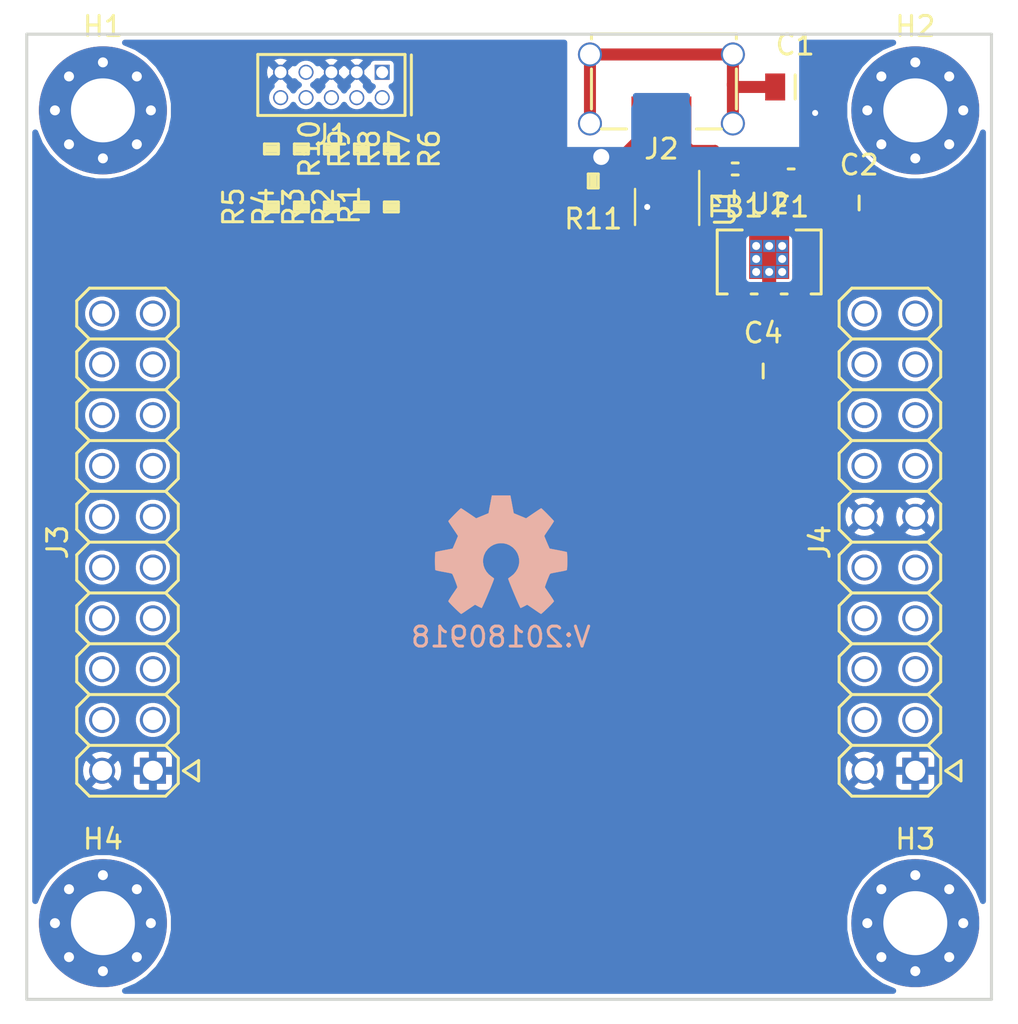
<source format=kicad_pcb>
(kicad_pcb (version 20171130) (host pcbnew 5.1.4-e60b266~84~ubuntu18.04.1)

  (general
    (thickness 1.6)
    (drawings 4)
    (tracks 48)
    (zones 0)
    (modules 28)
    (nets 20)
  )

  (page A4)
  (layers
    (0 F.Cu signal)
    (31 B.Cu signal)
    (32 B.Adhes user)
    (33 F.Adhes user)
    (34 B.Paste user)
    (35 F.Paste user)
    (36 B.SilkS user)
    (37 F.SilkS user)
    (38 B.Mask user)
    (39 F.Mask user)
    (40 Dwgs.User user)
    (41 Cmts.User user)
    (42 Eco1.User user)
    (43 Eco2.User user)
    (44 Edge.Cuts user)
    (45 Margin user)
    (46 B.CrtYd user)
    (47 F.CrtYd user)
    (48 B.Fab user)
    (49 F.Fab user)
  )

  (setup
    (last_trace_width 0.4)
    (user_trace_width 0.15)
    (user_trace_width 0.2)
    (user_trace_width 0.3)
    (user_trace_width 0.4)
    (user_trace_width 0.6)
    (user_trace_width 1)
    (user_trace_width 1.5)
    (user_trace_width 2)
    (trace_clearance 0.127)
    (zone_clearance 0.508)
    (zone_45_only no)
    (trace_min 0.127)
    (via_size 0.6)
    (via_drill 0.3)
    (via_min_size 0.6)
    (via_min_drill 0.3)
    (user_via 0.6 0.3)
    (user_via 0.65 0.4)
    (user_via 0.75 0.6)
    (user_via 0.95 0.8)
    (user_via 1.3 1)
    (user_via 1.5 1.2)
    (user_via 1.7 1.4)
    (user_via 1.9 1.6)
    (uvia_size 0.6)
    (uvia_drill 0.3)
    (uvias_allowed no)
    (uvia_min_size 0.381)
    (uvia_min_drill 0.254)
    (edge_width 0.15)
    (segment_width 0.2)
    (pcb_text_width 0.3)
    (pcb_text_size 1.5 1.5)
    (mod_edge_width 0.15)
    (mod_text_size 1 1)
    (mod_text_width 0.15)
    (pad_size 1.524 1.524)
    (pad_drill 0.762)
    (pad_to_mask_clearance 0.2)
    (aux_axis_origin 0 0)
    (visible_elements FFFFFF7F)
    (pcbplotparams
      (layerselection 0x00030_80000001)
      (usegerberextensions false)
      (usegerberattributes false)
      (usegerberadvancedattributes false)
      (creategerberjobfile false)
      (excludeedgelayer true)
      (linewidth 0.100000)
      (plotframeref false)
      (viasonmask false)
      (mode 1)
      (useauxorigin false)
      (hpglpennumber 1)
      (hpglpenspeed 20)
      (hpglpendiameter 15.000000)
      (psnegative false)
      (psa4output false)
      (plotreference true)
      (plotvalue true)
      (plotinvisibletext false)
      (padsonsilk false)
      (subtractmaskfromsilk false)
      (outputformat 1)
      (mirror false)
      (drillshape 1)
      (scaleselection 1)
      (outputdirectory ""))
  )

  (net 0 "")
  (net 1 /VSS)
  (net 2 "Net-(C1-Pad1)")
  (net 3 /VBUS)
  (net 4 "Net-(F1-Pad2)")
  (net 5 "Net-(FB1-Pad2)")
  (net 6 "Net-(J1-Pad10)")
  (net 7 "Net-(J1-Pad8)")
  (net 8 "Net-(J1-Pad6)")
  (net 9 "Net-(J1-Pad4)")
  (net 10 "Net-(J1-Pad2)")
  (net 11 /VDD)
  (net 12 "Net-(J2-Pad4)")
  (net 13 "/Jtag connector/TDI")
  (net 14 /MCU_TMS)
  (net 15 /MCU_TCK)
  (net 16 /MCU_TDO)
  (net 17 /MCU_RESET)
  (net 18 "/USB input/USB_IN_D-")
  (net 19 "/USB input/USB_IN_D+")

  (net_class Default "This is the default net class."
    (clearance 0.127)
    (trace_width 0.127)
    (via_dia 0.6)
    (via_drill 0.3)
    (uvia_dia 0.6)
    (uvia_drill 0.3)
    (add_net /AN_00)
    (add_net /AN_01)
    (add_net /AN_02)
    (add_net /AN_03)
    (add_net /AN_04)
    (add_net /GPIO_00)
    (add_net /GPIO_01)
    (add_net /GPIO_02)
    (add_net /GPIO_03)
    (add_net /GPIO_04)
    (add_net /GPIO_05)
    (add_net /GPIO_06)
    (add_net /GPIO_07)
    (add_net /GPIO_08)
    (add_net /GPIO_09)
    (add_net /GPIO_10)
    (add_net /GPIO_11)
    (add_net /GPIO_12)
    (add_net /GPIO_13)
    (add_net /I2C_SCL)
    (add_net /I2C_SDA)
    (add_net "/Jtag connector/TDI")
    (add_net /MCU_RESET)
    (add_net /MCU_TCK)
    (add_net /MCU_TDO)
    (add_net /MCU_TMS)
    (add_net /SPI_CE)
    (add_net /SPI_MISO)
    (add_net /SPI_MOSI)
    (add_net /SPI_SCLK)
    (add_net "/USB input/USB_D+")
    (add_net "/USB input/USB_D-")
    (add_net "/USB input/USB_IN_D+")
    (add_net "/USB input/USB_IN_D-")
    (add_net /VBUS)
    (add_net /VDD)
    (add_net /VREF)
    (add_net /VSS)
    (add_net "Net-(C1-Pad1)")
    (add_net "Net-(F1-Pad2)")
    (add_net "Net-(FB1-Pad2)")
    (add_net "Net-(J1-Pad10)")
    (add_net "Net-(J1-Pad2)")
    (add_net "Net-(J1-Pad4)")
    (add_net "Net-(J1-Pad6)")
    (add_net "Net-(J1-Pad7)")
    (add_net "Net-(J1-Pad8)")
    (add_net "Net-(J2-Pad4)")
  )

  (module SquantorRcl:R_0603_hand (layer F.Cu) (tedit 5D440259) (tstamp 5D671467)
    (at 73.2 66.7 270)
    (descr "Resistor SMD 0603, reflow soldering, Vishay (see dcrcw.pdf)")
    (tags "resistor 0603")
    (path /5D658ECE/5D285A1E)
    (attr smd)
    (fp_text reference R10 (at 0 -1.9 90) (layer F.SilkS)
      (effects (font (size 1 1) (thickness 0.15)))
    )
    (fp_text value 100 (at 0 1.9 90) (layer F.Fab)
      (effects (font (size 1 1) (thickness 0.15)))
    )
    (fp_line (start 0 0.35) (end 0 -0.35) (layer F.SilkS) (width 0.15))
    (fp_line (start 0.1 -0.35) (end 0.1 0.35) (layer F.SilkS) (width 0.15))
    (fp_line (start -0.1 -0.35) (end 0.1 -0.35) (layer F.SilkS) (width 0.15))
    (fp_line (start -0.1 0.35) (end -0.1 -0.35) (layer F.SilkS) (width 0.15))
    (fp_line (start 0.25 0.35) (end -0.25 0.35) (layer F.SilkS) (width 0.15))
    (fp_line (start -0.25 -0.35) (end 0.25 -0.35) (layer F.SilkS) (width 0.15))
    (fp_line (start -0.25 0.35) (end -0.25 -0.35) (layer F.SilkS) (width 0.15))
    (fp_line (start 0.25 -0.35) (end 0.25 0.35) (layer F.SilkS) (width 0.15))
    (fp_line (start 1.45 -0.75) (end 1.45 0.75) (layer F.CrtYd) (width 0.05))
    (fp_line (start -1.45 -0.75) (end -1.45 0.75) (layer F.CrtYd) (width 0.05))
    (fp_line (start -1.45 0.75) (end 1.45 0.75) (layer F.CrtYd) (width 0.05))
    (fp_line (start -1.45 -0.75) (end 1.45 -0.75) (layer F.CrtYd) (width 0.05))
    (fp_line (start -0.8 -0.4) (end 0.8 -0.4) (layer F.Fab) (width 0.1))
    (fp_line (start 0.8 -0.4) (end 0.8 0.4) (layer F.Fab) (width 0.1))
    (fp_line (start 0.8 0.4) (end -0.8 0.4) (layer F.Fab) (width 0.1))
    (fp_line (start -0.8 0.4) (end -0.8 -0.4) (layer F.Fab) (width 0.1))
    (pad 2 smd rect (at 0.85 0 270) (size 0.7 0.9) (layers F.Cu F.Paste F.Mask)
      (net 17 /MCU_RESET))
    (pad 1 smd rect (at -0.85 0 270) (size 0.7 0.9) (layers F.Cu F.Paste F.Mask)
      (net 6 "Net-(J1-Pad10)"))
    (model ${KISYS3DMOD}/Resistor_SMD.3dshapes/R_0603_1608Metric.step
      (at (xyz 0 0 0))
      (scale (xyz 1 1 1))
      (rotate (xyz 0 0 0))
    )
  )

  (module SquantorRcl:R_0603_hand (layer F.Cu) (tedit 5D440259) (tstamp 5D671454)
    (at 74.7 66.7 270)
    (descr "Resistor SMD 0603, reflow soldering, Vishay (see dcrcw.pdf)")
    (tags "resistor 0603")
    (path /5D658ECE/5D285D88)
    (attr smd)
    (fp_text reference R9 (at 0 -1.9 90) (layer F.SilkS)
      (effects (font (size 1 1) (thickness 0.15)))
    )
    (fp_text value 100 (at 0 1.9 90) (layer F.Fab)
      (effects (font (size 1 1) (thickness 0.15)))
    )
    (fp_line (start 0 0.35) (end 0 -0.35) (layer F.SilkS) (width 0.15))
    (fp_line (start 0.1 -0.35) (end 0.1 0.35) (layer F.SilkS) (width 0.15))
    (fp_line (start -0.1 -0.35) (end 0.1 -0.35) (layer F.SilkS) (width 0.15))
    (fp_line (start -0.1 0.35) (end -0.1 -0.35) (layer F.SilkS) (width 0.15))
    (fp_line (start 0.25 0.35) (end -0.25 0.35) (layer F.SilkS) (width 0.15))
    (fp_line (start -0.25 -0.35) (end 0.25 -0.35) (layer F.SilkS) (width 0.15))
    (fp_line (start -0.25 0.35) (end -0.25 -0.35) (layer F.SilkS) (width 0.15))
    (fp_line (start 0.25 -0.35) (end 0.25 0.35) (layer F.SilkS) (width 0.15))
    (fp_line (start 1.45 -0.75) (end 1.45 0.75) (layer F.CrtYd) (width 0.05))
    (fp_line (start -1.45 -0.75) (end -1.45 0.75) (layer F.CrtYd) (width 0.05))
    (fp_line (start -1.45 0.75) (end 1.45 0.75) (layer F.CrtYd) (width 0.05))
    (fp_line (start -1.45 -0.75) (end 1.45 -0.75) (layer F.CrtYd) (width 0.05))
    (fp_line (start -0.8 -0.4) (end 0.8 -0.4) (layer F.Fab) (width 0.1))
    (fp_line (start 0.8 -0.4) (end 0.8 0.4) (layer F.Fab) (width 0.1))
    (fp_line (start 0.8 0.4) (end -0.8 0.4) (layer F.Fab) (width 0.1))
    (fp_line (start -0.8 0.4) (end -0.8 -0.4) (layer F.Fab) (width 0.1))
    (pad 2 smd rect (at 0.85 0 270) (size 0.7 0.9) (layers F.Cu F.Paste F.Mask)
      (net 13 "/Jtag connector/TDI"))
    (pad 1 smd rect (at -0.85 0 270) (size 0.7 0.9) (layers F.Cu F.Paste F.Mask)
      (net 7 "Net-(J1-Pad8)"))
    (model ${KISYS3DMOD}/Resistor_SMD.3dshapes/R_0603_1608Metric.step
      (at (xyz 0 0 0))
      (scale (xyz 1 1 1))
      (rotate (xyz 0 0 0))
    )
  )

  (module SquantorRcl:R_0603_hand (layer F.Cu) (tedit 5D440259) (tstamp 5D671441)
    (at 76.2 66.7 270)
    (descr "Resistor SMD 0603, reflow soldering, Vishay (see dcrcw.pdf)")
    (tags "resistor 0603")
    (path /5D658ECE/5D285AC1)
    (attr smd)
    (fp_text reference R8 (at 0 -1.9 90) (layer F.SilkS)
      (effects (font (size 1 1) (thickness 0.15)))
    )
    (fp_text value 100 (at 0 1.9 90) (layer F.Fab)
      (effects (font (size 1 1) (thickness 0.15)))
    )
    (fp_line (start 0 0.35) (end 0 -0.35) (layer F.SilkS) (width 0.15))
    (fp_line (start 0.1 -0.35) (end 0.1 0.35) (layer F.SilkS) (width 0.15))
    (fp_line (start -0.1 -0.35) (end 0.1 -0.35) (layer F.SilkS) (width 0.15))
    (fp_line (start -0.1 0.35) (end -0.1 -0.35) (layer F.SilkS) (width 0.15))
    (fp_line (start 0.25 0.35) (end -0.25 0.35) (layer F.SilkS) (width 0.15))
    (fp_line (start -0.25 -0.35) (end 0.25 -0.35) (layer F.SilkS) (width 0.15))
    (fp_line (start -0.25 0.35) (end -0.25 -0.35) (layer F.SilkS) (width 0.15))
    (fp_line (start 0.25 -0.35) (end 0.25 0.35) (layer F.SilkS) (width 0.15))
    (fp_line (start 1.45 -0.75) (end 1.45 0.75) (layer F.CrtYd) (width 0.05))
    (fp_line (start -1.45 -0.75) (end -1.45 0.75) (layer F.CrtYd) (width 0.05))
    (fp_line (start -1.45 0.75) (end 1.45 0.75) (layer F.CrtYd) (width 0.05))
    (fp_line (start -1.45 -0.75) (end 1.45 -0.75) (layer F.CrtYd) (width 0.05))
    (fp_line (start -0.8 -0.4) (end 0.8 -0.4) (layer F.Fab) (width 0.1))
    (fp_line (start 0.8 -0.4) (end 0.8 0.4) (layer F.Fab) (width 0.1))
    (fp_line (start 0.8 0.4) (end -0.8 0.4) (layer F.Fab) (width 0.1))
    (fp_line (start -0.8 0.4) (end -0.8 -0.4) (layer F.Fab) (width 0.1))
    (pad 2 smd rect (at 0.85 0 270) (size 0.7 0.9) (layers F.Cu F.Paste F.Mask)
      (net 16 /MCU_TDO))
    (pad 1 smd rect (at -0.85 0 270) (size 0.7 0.9) (layers F.Cu F.Paste F.Mask)
      (net 8 "Net-(J1-Pad6)"))
    (model ${KISYS3DMOD}/Resistor_SMD.3dshapes/R_0603_1608Metric.step
      (at (xyz 0 0 0))
      (scale (xyz 1 1 1))
      (rotate (xyz 0 0 0))
    )
  )

  (module SquantorRcl:R_0603_hand (layer F.Cu) (tedit 5D440259) (tstamp 5D67142E)
    (at 77.7 66.7 270)
    (descr "Resistor SMD 0603, reflow soldering, Vishay (see dcrcw.pdf)")
    (tags "resistor 0603")
    (path /5D658ECE/5D285A12)
    (attr smd)
    (fp_text reference R7 (at 0 -1.9 90) (layer F.SilkS)
      (effects (font (size 1 1) (thickness 0.15)))
    )
    (fp_text value 100 (at 0 1.9 90) (layer F.Fab)
      (effects (font (size 1 1) (thickness 0.15)))
    )
    (fp_line (start 0 0.35) (end 0 -0.35) (layer F.SilkS) (width 0.15))
    (fp_line (start 0.1 -0.35) (end 0.1 0.35) (layer F.SilkS) (width 0.15))
    (fp_line (start -0.1 -0.35) (end 0.1 -0.35) (layer F.SilkS) (width 0.15))
    (fp_line (start -0.1 0.35) (end -0.1 -0.35) (layer F.SilkS) (width 0.15))
    (fp_line (start 0.25 0.35) (end -0.25 0.35) (layer F.SilkS) (width 0.15))
    (fp_line (start -0.25 -0.35) (end 0.25 -0.35) (layer F.SilkS) (width 0.15))
    (fp_line (start -0.25 0.35) (end -0.25 -0.35) (layer F.SilkS) (width 0.15))
    (fp_line (start 0.25 -0.35) (end 0.25 0.35) (layer F.SilkS) (width 0.15))
    (fp_line (start 1.45 -0.75) (end 1.45 0.75) (layer F.CrtYd) (width 0.05))
    (fp_line (start -1.45 -0.75) (end -1.45 0.75) (layer F.CrtYd) (width 0.05))
    (fp_line (start -1.45 0.75) (end 1.45 0.75) (layer F.CrtYd) (width 0.05))
    (fp_line (start -1.45 -0.75) (end 1.45 -0.75) (layer F.CrtYd) (width 0.05))
    (fp_line (start -0.8 -0.4) (end 0.8 -0.4) (layer F.Fab) (width 0.1))
    (fp_line (start 0.8 -0.4) (end 0.8 0.4) (layer F.Fab) (width 0.1))
    (fp_line (start 0.8 0.4) (end -0.8 0.4) (layer F.Fab) (width 0.1))
    (fp_line (start -0.8 0.4) (end -0.8 -0.4) (layer F.Fab) (width 0.1))
    (pad 2 smd rect (at 0.85 0 270) (size 0.7 0.9) (layers F.Cu F.Paste F.Mask)
      (net 15 /MCU_TCK))
    (pad 1 smd rect (at -0.85 0 270) (size 0.7 0.9) (layers F.Cu F.Paste F.Mask)
      (net 9 "Net-(J1-Pad4)"))
    (model ${KISYS3DMOD}/Resistor_SMD.3dshapes/R_0603_1608Metric.step
      (at (xyz 0 0 0))
      (scale (xyz 1 1 1))
      (rotate (xyz 0 0 0))
    )
  )

  (module SquantorRcl:R_0603_hand (layer F.Cu) (tedit 5D440259) (tstamp 5D67141B)
    (at 79.2 66.7 270)
    (descr "Resistor SMD 0603, reflow soldering, Vishay (see dcrcw.pdf)")
    (tags "resistor 0603")
    (path /5D658ECE/5D285A0C)
    (attr smd)
    (fp_text reference R6 (at 0 -1.9 90) (layer F.SilkS)
      (effects (font (size 1 1) (thickness 0.15)))
    )
    (fp_text value 100 (at 0 1.9 90) (layer F.Fab)
      (effects (font (size 1 1) (thickness 0.15)))
    )
    (fp_line (start 0 0.35) (end 0 -0.35) (layer F.SilkS) (width 0.15))
    (fp_line (start 0.1 -0.35) (end 0.1 0.35) (layer F.SilkS) (width 0.15))
    (fp_line (start -0.1 -0.35) (end 0.1 -0.35) (layer F.SilkS) (width 0.15))
    (fp_line (start -0.1 0.35) (end -0.1 -0.35) (layer F.SilkS) (width 0.15))
    (fp_line (start 0.25 0.35) (end -0.25 0.35) (layer F.SilkS) (width 0.15))
    (fp_line (start -0.25 -0.35) (end 0.25 -0.35) (layer F.SilkS) (width 0.15))
    (fp_line (start -0.25 0.35) (end -0.25 -0.35) (layer F.SilkS) (width 0.15))
    (fp_line (start 0.25 -0.35) (end 0.25 0.35) (layer F.SilkS) (width 0.15))
    (fp_line (start 1.45 -0.75) (end 1.45 0.75) (layer F.CrtYd) (width 0.05))
    (fp_line (start -1.45 -0.75) (end -1.45 0.75) (layer F.CrtYd) (width 0.05))
    (fp_line (start -1.45 0.75) (end 1.45 0.75) (layer F.CrtYd) (width 0.05))
    (fp_line (start -1.45 -0.75) (end 1.45 -0.75) (layer F.CrtYd) (width 0.05))
    (fp_line (start -0.8 -0.4) (end 0.8 -0.4) (layer F.Fab) (width 0.1))
    (fp_line (start 0.8 -0.4) (end 0.8 0.4) (layer F.Fab) (width 0.1))
    (fp_line (start 0.8 0.4) (end -0.8 0.4) (layer F.Fab) (width 0.1))
    (fp_line (start -0.8 0.4) (end -0.8 -0.4) (layer F.Fab) (width 0.1))
    (pad 2 smd rect (at 0.85 0 270) (size 0.7 0.9) (layers F.Cu F.Paste F.Mask)
      (net 14 /MCU_TMS))
    (pad 1 smd rect (at -0.85 0 270) (size 0.7 0.9) (layers F.Cu F.Paste F.Mask)
      (net 10 "Net-(J1-Pad2)"))
    (model ${KISYS3DMOD}/Resistor_SMD.3dshapes/R_0603_1608Metric.step
      (at (xyz 0 0 0))
      (scale (xyz 1 1 1))
      (rotate (xyz 0 0 0))
    )
  )

  (module SquantorRcl:R_0603_hand (layer F.Cu) (tedit 5D440259) (tstamp 5D671408)
    (at 73.2 69.6 90)
    (descr "Resistor SMD 0603, reflow soldering, Vishay (see dcrcw.pdf)")
    (tags "resistor 0603")
    (path /5D658ECE/5D285A2D)
    (attr smd)
    (fp_text reference R5 (at 0 -1.9 90) (layer F.SilkS)
      (effects (font (size 1 1) (thickness 0.15)))
    )
    (fp_text value 100k (at 0 1.9 90) (layer F.Fab)
      (effects (font (size 1 1) (thickness 0.15)))
    )
    (fp_line (start 0 0.35) (end 0 -0.35) (layer F.SilkS) (width 0.15))
    (fp_line (start 0.1 -0.35) (end 0.1 0.35) (layer F.SilkS) (width 0.15))
    (fp_line (start -0.1 -0.35) (end 0.1 -0.35) (layer F.SilkS) (width 0.15))
    (fp_line (start -0.1 0.35) (end -0.1 -0.35) (layer F.SilkS) (width 0.15))
    (fp_line (start 0.25 0.35) (end -0.25 0.35) (layer F.SilkS) (width 0.15))
    (fp_line (start -0.25 -0.35) (end 0.25 -0.35) (layer F.SilkS) (width 0.15))
    (fp_line (start -0.25 0.35) (end -0.25 -0.35) (layer F.SilkS) (width 0.15))
    (fp_line (start 0.25 -0.35) (end 0.25 0.35) (layer F.SilkS) (width 0.15))
    (fp_line (start 1.45 -0.75) (end 1.45 0.75) (layer F.CrtYd) (width 0.05))
    (fp_line (start -1.45 -0.75) (end -1.45 0.75) (layer F.CrtYd) (width 0.05))
    (fp_line (start -1.45 0.75) (end 1.45 0.75) (layer F.CrtYd) (width 0.05))
    (fp_line (start -1.45 -0.75) (end 1.45 -0.75) (layer F.CrtYd) (width 0.05))
    (fp_line (start -0.8 -0.4) (end 0.8 -0.4) (layer F.Fab) (width 0.1))
    (fp_line (start 0.8 -0.4) (end 0.8 0.4) (layer F.Fab) (width 0.1))
    (fp_line (start 0.8 0.4) (end -0.8 0.4) (layer F.Fab) (width 0.1))
    (fp_line (start -0.8 0.4) (end -0.8 -0.4) (layer F.Fab) (width 0.1))
    (pad 2 smd rect (at 0.85 0 90) (size 0.7 0.9) (layers F.Cu F.Paste F.Mask)
      (net 17 /MCU_RESET))
    (pad 1 smd rect (at -0.85 0 90) (size 0.7 0.9) (layers F.Cu F.Paste F.Mask)
      (net 11 /VDD))
    (model ${KISYS3DMOD}/Resistor_SMD.3dshapes/R_0603_1608Metric.step
      (at (xyz 0 0 0))
      (scale (xyz 1 1 1))
      (rotate (xyz 0 0 0))
    )
  )

  (module SquantorRcl:R_0603_hand (layer F.Cu) (tedit 5D440259) (tstamp 5D6713F5)
    (at 74.7 69.6 90)
    (descr "Resistor SMD 0603, reflow soldering, Vishay (see dcrcw.pdf)")
    (tags "resistor 0603")
    (path /5D658ECE/5D285A39)
    (attr smd)
    (fp_text reference R4 (at 0 -1.9 90) (layer F.SilkS)
      (effects (font (size 1 1) (thickness 0.15)))
    )
    (fp_text value 100K (at 0 1.9 90) (layer F.Fab)
      (effects (font (size 1 1) (thickness 0.15)))
    )
    (fp_line (start 0 0.35) (end 0 -0.35) (layer F.SilkS) (width 0.15))
    (fp_line (start 0.1 -0.35) (end 0.1 0.35) (layer F.SilkS) (width 0.15))
    (fp_line (start -0.1 -0.35) (end 0.1 -0.35) (layer F.SilkS) (width 0.15))
    (fp_line (start -0.1 0.35) (end -0.1 -0.35) (layer F.SilkS) (width 0.15))
    (fp_line (start 0.25 0.35) (end -0.25 0.35) (layer F.SilkS) (width 0.15))
    (fp_line (start -0.25 -0.35) (end 0.25 -0.35) (layer F.SilkS) (width 0.15))
    (fp_line (start -0.25 0.35) (end -0.25 -0.35) (layer F.SilkS) (width 0.15))
    (fp_line (start 0.25 -0.35) (end 0.25 0.35) (layer F.SilkS) (width 0.15))
    (fp_line (start 1.45 -0.75) (end 1.45 0.75) (layer F.CrtYd) (width 0.05))
    (fp_line (start -1.45 -0.75) (end -1.45 0.75) (layer F.CrtYd) (width 0.05))
    (fp_line (start -1.45 0.75) (end 1.45 0.75) (layer F.CrtYd) (width 0.05))
    (fp_line (start -1.45 -0.75) (end 1.45 -0.75) (layer F.CrtYd) (width 0.05))
    (fp_line (start -0.8 -0.4) (end 0.8 -0.4) (layer F.Fab) (width 0.1))
    (fp_line (start 0.8 -0.4) (end 0.8 0.4) (layer F.Fab) (width 0.1))
    (fp_line (start 0.8 0.4) (end -0.8 0.4) (layer F.Fab) (width 0.1))
    (fp_line (start -0.8 0.4) (end -0.8 -0.4) (layer F.Fab) (width 0.1))
    (pad 2 smd rect (at 0.85 0 90) (size 0.7 0.9) (layers F.Cu F.Paste F.Mask)
      (net 13 "/Jtag connector/TDI"))
    (pad 1 smd rect (at -0.85 0 90) (size 0.7 0.9) (layers F.Cu F.Paste F.Mask)
      (net 11 /VDD))
    (model ${KISYS3DMOD}/Resistor_SMD.3dshapes/R_0603_1608Metric.step
      (at (xyz 0 0 0))
      (scale (xyz 1 1 1))
      (rotate (xyz 0 0 0))
    )
  )

  (module SquantorRcl:R_0603_hand (layer F.Cu) (tedit 5D440259) (tstamp 5D6713E2)
    (at 76.2 69.6 90)
    (descr "Resistor SMD 0603, reflow soldering, Vishay (see dcrcw.pdf)")
    (tags "resistor 0603")
    (path /5D658ECE/5D295945)
    (attr smd)
    (fp_text reference R3 (at 0 -1.9 90) (layer F.SilkS)
      (effects (font (size 1 1) (thickness 0.15)))
    )
    (fp_text value 100k (at 0 1.9 90) (layer F.Fab)
      (effects (font (size 1 1) (thickness 0.15)))
    )
    (fp_line (start 0 0.35) (end 0 -0.35) (layer F.SilkS) (width 0.15))
    (fp_line (start 0.1 -0.35) (end 0.1 0.35) (layer F.SilkS) (width 0.15))
    (fp_line (start -0.1 -0.35) (end 0.1 -0.35) (layer F.SilkS) (width 0.15))
    (fp_line (start -0.1 0.35) (end -0.1 -0.35) (layer F.SilkS) (width 0.15))
    (fp_line (start 0.25 0.35) (end -0.25 0.35) (layer F.SilkS) (width 0.15))
    (fp_line (start -0.25 -0.35) (end 0.25 -0.35) (layer F.SilkS) (width 0.15))
    (fp_line (start -0.25 0.35) (end -0.25 -0.35) (layer F.SilkS) (width 0.15))
    (fp_line (start 0.25 -0.35) (end 0.25 0.35) (layer F.SilkS) (width 0.15))
    (fp_line (start 1.45 -0.75) (end 1.45 0.75) (layer F.CrtYd) (width 0.05))
    (fp_line (start -1.45 -0.75) (end -1.45 0.75) (layer F.CrtYd) (width 0.05))
    (fp_line (start -1.45 0.75) (end 1.45 0.75) (layer F.CrtYd) (width 0.05))
    (fp_line (start -1.45 -0.75) (end 1.45 -0.75) (layer F.CrtYd) (width 0.05))
    (fp_line (start -0.8 -0.4) (end 0.8 -0.4) (layer F.Fab) (width 0.1))
    (fp_line (start 0.8 -0.4) (end 0.8 0.4) (layer F.Fab) (width 0.1))
    (fp_line (start 0.8 0.4) (end -0.8 0.4) (layer F.Fab) (width 0.1))
    (fp_line (start -0.8 0.4) (end -0.8 -0.4) (layer F.Fab) (width 0.1))
    (pad 2 smd rect (at 0.85 0 90) (size 0.7 0.9) (layers F.Cu F.Paste F.Mask)
      (net 16 /MCU_TDO))
    (pad 1 smd rect (at -0.85 0 90) (size 0.7 0.9) (layers F.Cu F.Paste F.Mask)
      (net 11 /VDD))
    (model ${KISYS3DMOD}/Resistor_SMD.3dshapes/R_0603_1608Metric.step
      (at (xyz 0 0 0))
      (scale (xyz 1 1 1))
      (rotate (xyz 0 0 0))
    )
  )

  (module SquantorRcl:R_0603_hand (layer F.Cu) (tedit 5D440259) (tstamp 5D6713CF)
    (at 77.7 69.6 90)
    (descr "Resistor SMD 0603, reflow soldering, Vishay (see dcrcw.pdf)")
    (tags "resistor 0603")
    (path /5D658ECE/5D285A27)
    (attr smd)
    (fp_text reference R2 (at 0 -1.9 90) (layer F.SilkS)
      (effects (font (size 1 1) (thickness 0.15)))
    )
    (fp_text value 100k (at 0 1.9 90) (layer F.Fab)
      (effects (font (size 1 1) (thickness 0.15)))
    )
    (fp_line (start 0 0.35) (end 0 -0.35) (layer F.SilkS) (width 0.15))
    (fp_line (start 0.1 -0.35) (end 0.1 0.35) (layer F.SilkS) (width 0.15))
    (fp_line (start -0.1 -0.35) (end 0.1 -0.35) (layer F.SilkS) (width 0.15))
    (fp_line (start -0.1 0.35) (end -0.1 -0.35) (layer F.SilkS) (width 0.15))
    (fp_line (start 0.25 0.35) (end -0.25 0.35) (layer F.SilkS) (width 0.15))
    (fp_line (start -0.25 -0.35) (end 0.25 -0.35) (layer F.SilkS) (width 0.15))
    (fp_line (start -0.25 0.35) (end -0.25 -0.35) (layer F.SilkS) (width 0.15))
    (fp_line (start 0.25 -0.35) (end 0.25 0.35) (layer F.SilkS) (width 0.15))
    (fp_line (start 1.45 -0.75) (end 1.45 0.75) (layer F.CrtYd) (width 0.05))
    (fp_line (start -1.45 -0.75) (end -1.45 0.75) (layer F.CrtYd) (width 0.05))
    (fp_line (start -1.45 0.75) (end 1.45 0.75) (layer F.CrtYd) (width 0.05))
    (fp_line (start -1.45 -0.75) (end 1.45 -0.75) (layer F.CrtYd) (width 0.05))
    (fp_line (start -0.8 -0.4) (end 0.8 -0.4) (layer F.Fab) (width 0.1))
    (fp_line (start 0.8 -0.4) (end 0.8 0.4) (layer F.Fab) (width 0.1))
    (fp_line (start 0.8 0.4) (end -0.8 0.4) (layer F.Fab) (width 0.1))
    (fp_line (start -0.8 0.4) (end -0.8 -0.4) (layer F.Fab) (width 0.1))
    (pad 2 smd rect (at 0.85 0 90) (size 0.7 0.9) (layers F.Cu F.Paste F.Mask)
      (net 15 /MCU_TCK))
    (pad 1 smd rect (at -0.85 0 90) (size 0.7 0.9) (layers F.Cu F.Paste F.Mask)
      (net 1 /VSS))
    (model ${KISYS3DMOD}/Resistor_SMD.3dshapes/R_0603_1608Metric.step
      (at (xyz 0 0 0))
      (scale (xyz 1 1 1))
      (rotate (xyz 0 0 0))
    )
  )

  (module SquantorRcl:R_0603_hand (layer F.Cu) (tedit 5D440259) (tstamp 5D6713BC)
    (at 79.2 69.6 90)
    (descr "Resistor SMD 0603, reflow soldering, Vishay (see dcrcw.pdf)")
    (tags "resistor 0603")
    (path /5D658ECE/5D295938)
    (attr smd)
    (fp_text reference R1 (at 0.1 -2.1 90) (layer F.SilkS)
      (effects (font (size 1 1) (thickness 0.15)))
    )
    (fp_text value 100K (at 0 1.9 90) (layer F.Fab)
      (effects (font (size 1 1) (thickness 0.15)))
    )
    (fp_line (start 0 0.35) (end 0 -0.35) (layer F.SilkS) (width 0.15))
    (fp_line (start 0.1 -0.35) (end 0.1 0.35) (layer F.SilkS) (width 0.15))
    (fp_line (start -0.1 -0.35) (end 0.1 -0.35) (layer F.SilkS) (width 0.15))
    (fp_line (start -0.1 0.35) (end -0.1 -0.35) (layer F.SilkS) (width 0.15))
    (fp_line (start 0.25 0.35) (end -0.25 0.35) (layer F.SilkS) (width 0.15))
    (fp_line (start -0.25 -0.35) (end 0.25 -0.35) (layer F.SilkS) (width 0.15))
    (fp_line (start -0.25 0.35) (end -0.25 -0.35) (layer F.SilkS) (width 0.15))
    (fp_line (start 0.25 -0.35) (end 0.25 0.35) (layer F.SilkS) (width 0.15))
    (fp_line (start 1.45 -0.75) (end 1.45 0.75) (layer F.CrtYd) (width 0.05))
    (fp_line (start -1.45 -0.75) (end -1.45 0.75) (layer F.CrtYd) (width 0.05))
    (fp_line (start -1.45 0.75) (end 1.45 0.75) (layer F.CrtYd) (width 0.05))
    (fp_line (start -1.45 -0.75) (end 1.45 -0.75) (layer F.CrtYd) (width 0.05))
    (fp_line (start -0.8 -0.4) (end 0.8 -0.4) (layer F.Fab) (width 0.1))
    (fp_line (start 0.8 -0.4) (end 0.8 0.4) (layer F.Fab) (width 0.1))
    (fp_line (start 0.8 0.4) (end -0.8 0.4) (layer F.Fab) (width 0.1))
    (fp_line (start -0.8 0.4) (end -0.8 -0.4) (layer F.Fab) (width 0.1))
    (pad 2 smd rect (at 0.85 0 90) (size 0.7 0.9) (layers F.Cu F.Paste F.Mask)
      (net 14 /MCU_TMS))
    (pad 1 smd rect (at -0.85 0 90) (size 0.7 0.9) (layers F.Cu F.Paste F.Mask)
      (net 11 /VDD))
    (model ${KISYS3DMOD}/Resistor_SMD.3dshapes/R_0603_1608Metric.step
      (at (xyz 0 0 0))
      (scale (xyz 1 1 1))
      (rotate (xyz 0 0 0))
    )
  )

  (module SquantorIC:SOT89-SOT23-Dual-NXP (layer F.Cu) (tedit 5D814A43) (tstamp 5D81ADF8)
    (at 98.1 72.7)
    (descr "SOT89 and SOT23 dual footprint NXP specification extra vias in tab")
    (tags "SOT89 SOT23 NXP viatab")
    (path /5D6598AA/5D81CB9F)
    (attr smd)
    (fp_text reference U2 (at 0 -3.25) (layer F.SilkS)
      (effects (font (size 1 1) (thickness 0.15)))
    )
    (fp_text value MCP1702-MB (at 0 3.25) (layer F.Fab)
      (effects (font (size 1 1) (thickness 0.15)))
    )
    (fp_line (start 2.6 1.25) (end 2.1 1.25) (layer F.SilkS) (width 0.15))
    (fp_line (start 0.6 1.25) (end 0.9 1.25) (layer F.SilkS) (width 0.15))
    (fp_line (start -0.9 1.25) (end -0.6 1.25) (layer F.SilkS) (width 0.15))
    (fp_line (start -2.6 1.25) (end -2.1 1.25) (layer F.SilkS) (width 0.15))
    (fp_line (start 2.6 -1.95) (end 2.6 1.25) (layer F.SilkS) (width 0.15))
    (fp_line (start 1.35 -1.95) (end 2.6 -1.95) (layer F.SilkS) (width 0.15))
    (fp_line (start -2.6 -1.95) (end -1.35 -1.95) (layer F.SilkS) (width 0.15))
    (fp_line (start -2.6 1.25) (end -2.6 -1.95) (layer F.SilkS) (width 0.15))
    (fp_line (start 1.3 -2) (end 1.3 -2.55) (layer F.CrtYd) (width 0.05))
    (fp_line (start 2.65 -2) (end 1.3 -2) (layer F.CrtYd) (width 0.05))
    (fp_line (start 2.65 1.3) (end 2.65 -2) (layer F.CrtYd) (width 0.05))
    (fp_line (start -1.3 -2) (end -1.3 -2.55) (layer F.CrtYd) (width 0.05))
    (fp_line (start -2.65 -2) (end -1.3 -2) (layer F.CrtYd) (width 0.05))
    (fp_line (start -2.65 1.3) (end -2.65 -2) (layer F.CrtYd) (width 0.05))
    (fp_line (start -1.3 -2.55) (end 1.3 -2.55) (layer F.CrtYd) (width 0.05))
    (fp_line (start -2.05 1.3) (end -2.65 1.3) (layer F.CrtYd) (width 0.05))
    (fp_line (start -2.05 2.55) (end -2.05 1.3) (layer F.CrtYd) (width 0.05))
    (fp_line (start 2.05 1.3) (end 2.65 1.3) (layer F.CrtYd) (width 0.05))
    (fp_line (start 2.05 2.55) (end 2.05 1.3) (layer F.CrtYd) (width 0.05))
    (fp_line (start -2.05 2.55) (end 2.05 2.55) (layer F.CrtYd) (width 0.05))
    (pad 2 thru_hole rect (at 0.65 0.15) (size 0.6 0.6) (drill 0.4) (layers *.Cu *.Mask)
      (net 3 /VBUS) (zone_connect 2))
    (pad 2 thru_hole rect (at 0 0.15) (size 0.6 0.6) (drill 0.4) (layers *.Cu *.Mask)
      (net 3 /VBUS) (zone_connect 2))
    (pad 2 thru_hole rect (at -0.65 0.15) (size 0.6 0.6) (drill 0.4) (layers *.Cu *.Mask)
      (net 3 /VBUS) (zone_connect 2))
    (pad 2 thru_hole rect (at -0.65 -0.5) (size 0.6 0.6) (drill 0.4) (layers *.Cu *.Mask)
      (net 3 /VBUS) (zone_connect 2))
    (pad 2 thru_hole rect (at 0.65 -0.5) (size 0.6 0.6) (drill 0.4) (layers *.Cu *.Mask)
      (net 3 /VBUS) (zone_connect 2))
    (pad 2 thru_hole rect (at -0.65 -1.15 90) (size 0.6 0.6) (drill 0.4) (layers *.Cu *.Mask)
      (net 3 /VBUS) (zone_connect 2))
    (pad 2 thru_hole rect (at 0 -1.15) (size 0.6 0.6) (drill 0.4) (layers *.Cu *.Mask)
      (net 3 /VBUS) (zone_connect 2))
    (pad 2 thru_hole rect (at 0.65 -1.15) (size 0.6 0.6) (drill 0.4) (layers *.Cu *.Mask)
      (net 3 /VBUS) (zone_connect 2))
    (pad 2 smd rect (at 0 -1.825) (size 1.9 0.85) (layers F.Cu F.Paste)
      (net 3 /VBUS))
    (pad 2 smd rect (at 0 -0.6) (size 1.2 1.2) (layers F.Cu F.Paste)
      (net 3 /VBUS))
    (pad 3 smd rect (at 1.5 1.75) (size 0.6 1) (layers F.Cu F.Paste)
      (net 11 /VDD))
    (pad 1 smd rect (at -1.5 1.75) (size 0.6 1) (layers F.Cu F.Paste)
      (net 1 /VSS))
    (pad 2 smd rect (at 0 1.75) (size 0.6 1) (layers F.Cu F.Paste)
      (net 3 /VBUS))
    (pad 2 smd rect (at 0 -0.9) (size 2 2.8) (layers F.Cu F.Mask)
      (net 3 /VBUS))
    (pad 3 smd rect (at 1.25 1.75) (size 1.2 1.1) (layers F.Cu F.Mask)
      (net 11 /VDD))
    (pad 2 smd rect (at 0 1.4) (size 0.7 1.8) (layers F.Cu F.Mask)
      (net 3 /VBUS))
    (pad 1 smd rect (at -1.25 1.75) (size 1.2 1.1) (layers F.Cu F.Mask)
      (net 1 /VSS))
    (model ${KISYS3DMOD}/Package_TO_SOT_SMD.3dshapes/SOT-89-3.step
      (at (xyz 0 0 0))
      (scale (xyz 1 1 1))
      (rotate (xyz 0 0 -90))
    )
    (model ${KISYS3DMOD}/Package_TO_SOT_SMD.3dshapes/SOT-23.step
      (offset (xyz 0 -0.5 0))
      (scale (xyz 1 1 1))
      (rotate (xyz 0 0 -90))
    )
  )

  (module SquantorRcl:C_0603 (layer F.Cu) (tedit 5D4422AA) (tstamp 5D81A97F)
    (at 97.8 77.8)
    (descr "Capacitor SMD 0603, reflow soldering, AVX (see smccp.pdf)")
    (tags "capacitor 0603")
    (path /5D6598AA/5D820111)
    (attr smd)
    (fp_text reference C4 (at 0 -1.9) (layer F.SilkS)
      (effects (font (size 1 1) (thickness 0.15)))
    )
    (fp_text value 10u (at 0 1.9) (layer F.Fab)
      (effects (font (size 1 1) (thickness 0.15)))
    )
    (fp_line (start 0 -0.35) (end 0 0.35) (layer F.SilkS) (width 0.15))
    (fp_line (start 1.4 -0.7) (end 1.4 0.7) (layer F.CrtYd) (width 0.05))
    (fp_line (start -1.4 -0.7) (end -1.4 0.7) (layer F.CrtYd) (width 0.05))
    (fp_line (start -1.4 0.7) (end 1.4 0.7) (layer F.CrtYd) (width 0.05))
    (fp_line (start -1.4 -0.7) (end 1.4 -0.7) (layer F.CrtYd) (width 0.05))
    (fp_line (start -0.8 -0.4) (end 0.8 -0.4) (layer F.Fab) (width 0.1))
    (fp_line (start 0.8 -0.4) (end 0.8 0.4) (layer F.Fab) (width 0.1))
    (fp_line (start 0.8 0.4) (end -0.8 0.4) (layer F.Fab) (width 0.1))
    (fp_line (start -0.8 0.4) (end -0.8 -0.4) (layer F.Fab) (width 0.1))
    (pad 2 smd rect (at 0.75 0) (size 0.8 0.9) (layers F.Cu F.Paste F.Mask)
      (net 1 /VSS))
    (pad 1 smd rect (at -0.75 0) (size 0.8 0.9) (layers F.Cu F.Paste F.Mask)
      (net 11 /VDD))
    (model ${KISYS3DMOD}/Capacitor_SMD.3dshapes/C_0603_1608Metric.step
      (at (xyz 0 0 0))
      (scale (xyz 1 1 1))
      (rotate (xyz 0 0 0))
    )
  )

  (module SquantorLabels:Label_version (layer B.Cu) (tedit 5B5A1E49) (tstamp 5D6745B8)
    (at 83.2 91)
    (path /5D6A68B9)
    (fp_text reference N2 (at 0 -1.4) (layer B.Fab) hide
      (effects (font (size 1 1) (thickness 0.15)) (justify mirror))
    )
    (fp_text value 20180918 (at 0.8 0.1) (layer B.SilkS)
      (effects (font (size 1 1) (thickness 0.15)) (justify mirror))
    )
    (fp_text user V: (at 5.3 0.1) (layer B.SilkS)
      (effects (font (size 1 1) (thickness 0.15)) (justify mirror))
    )
  )

  (module MountingHole:MountingHole_3.2mm_M3_Pad_Via (layer F.Cu) (tedit 56DDBCCA) (tstamp 5D6721B4)
    (at 64.77 64.77)
    (descr "Mounting Hole 3.2mm, M3")
    (tags "mounting hole 3.2mm m3")
    (path /5D6A1740)
    (attr virtual)
    (fp_text reference H1 (at 0 -4.2) (layer F.SilkS)
      (effects (font (size 1 1) (thickness 0.15)))
    )
    (fp_text value MountingHole (at 0 4.2) (layer F.Fab)
      (effects (font (size 1 1) (thickness 0.15)))
    )
    (fp_circle (center 0 0) (end 3.45 0) (layer F.CrtYd) (width 0.05))
    (fp_circle (center 0 0) (end 3.2 0) (layer Cmts.User) (width 0.15))
    (fp_text user %R (at 0.3 0) (layer F.Fab)
      (effects (font (size 1 1) (thickness 0.15)))
    )
    (pad 1 thru_hole circle (at 1.697056 -1.697056) (size 0.8 0.8) (drill 0.5) (layers *.Cu *.Mask))
    (pad 1 thru_hole circle (at 0 -2.4) (size 0.8 0.8) (drill 0.5) (layers *.Cu *.Mask))
    (pad 1 thru_hole circle (at -1.697056 -1.697056) (size 0.8 0.8) (drill 0.5) (layers *.Cu *.Mask))
    (pad 1 thru_hole circle (at -2.4 0) (size 0.8 0.8) (drill 0.5) (layers *.Cu *.Mask))
    (pad 1 thru_hole circle (at -1.697056 1.697056) (size 0.8 0.8) (drill 0.5) (layers *.Cu *.Mask))
    (pad 1 thru_hole circle (at 0 2.4) (size 0.8 0.8) (drill 0.5) (layers *.Cu *.Mask))
    (pad 1 thru_hole circle (at 1.697056 1.697056) (size 0.8 0.8) (drill 0.5) (layers *.Cu *.Mask))
    (pad 1 thru_hole circle (at 2.4 0) (size 0.8 0.8) (drill 0.5) (layers *.Cu *.Mask))
    (pad 1 thru_hole circle (at 0 0) (size 6.4 6.4) (drill 3.2) (layers *.Cu *.Mask))
  )

  (module MountingHole:MountingHole_3.2mm_M3_Pad_Via (layer F.Cu) (tedit 56DDBCCA) (tstamp 5D6721E4)
    (at 64.77 105.41)
    (descr "Mounting Hole 3.2mm, M3")
    (tags "mounting hole 3.2mm m3")
    (path /5D6A0DE1)
    (attr virtual)
    (fp_text reference H4 (at 0 -4.2) (layer F.SilkS)
      (effects (font (size 1 1) (thickness 0.15)))
    )
    (fp_text value MountingHole (at 0 4.2) (layer F.Fab)
      (effects (font (size 1 1) (thickness 0.15)))
    )
    (fp_circle (center 0 0) (end 3.45 0) (layer F.CrtYd) (width 0.05))
    (fp_circle (center 0 0) (end 3.2 0) (layer Cmts.User) (width 0.15))
    (fp_text user %R (at 0.3 0) (layer F.Fab)
      (effects (font (size 1 1) (thickness 0.15)))
    )
    (pad 1 thru_hole circle (at 1.697056 -1.697056) (size 0.8 0.8) (drill 0.5) (layers *.Cu *.Mask))
    (pad 1 thru_hole circle (at 0 -2.4) (size 0.8 0.8) (drill 0.5) (layers *.Cu *.Mask))
    (pad 1 thru_hole circle (at -1.697056 -1.697056) (size 0.8 0.8) (drill 0.5) (layers *.Cu *.Mask))
    (pad 1 thru_hole circle (at -2.4 0) (size 0.8 0.8) (drill 0.5) (layers *.Cu *.Mask))
    (pad 1 thru_hole circle (at -1.697056 1.697056) (size 0.8 0.8) (drill 0.5) (layers *.Cu *.Mask))
    (pad 1 thru_hole circle (at 0 2.4) (size 0.8 0.8) (drill 0.5) (layers *.Cu *.Mask))
    (pad 1 thru_hole circle (at 1.697056 1.697056) (size 0.8 0.8) (drill 0.5) (layers *.Cu *.Mask))
    (pad 1 thru_hole circle (at 2.4 0) (size 0.8 0.8) (drill 0.5) (layers *.Cu *.Mask))
    (pad 1 thru_hole circle (at 0 0) (size 6.4 6.4) (drill 3.2) (layers *.Cu *.Mask))
  )

  (module MountingHole:MountingHole_3.2mm_M3_Pad_Via (layer F.Cu) (tedit 56DDBCCA) (tstamp 5D6721D4)
    (at 105.41 105.41)
    (descr "Mounting Hole 3.2mm, M3")
    (tags "mounting hole 3.2mm m3")
    (path /5D6A12DB)
    (attr virtual)
    (fp_text reference H3 (at 0 -4.2) (layer F.SilkS)
      (effects (font (size 1 1) (thickness 0.15)))
    )
    (fp_text value MountingHole (at 0 4.2) (layer F.Fab)
      (effects (font (size 1 1) (thickness 0.15)))
    )
    (fp_circle (center 0 0) (end 3.45 0) (layer F.CrtYd) (width 0.05))
    (fp_circle (center 0 0) (end 3.2 0) (layer Cmts.User) (width 0.15))
    (fp_text user %R (at 0.3 0) (layer F.Fab)
      (effects (font (size 1 1) (thickness 0.15)))
    )
    (pad 1 thru_hole circle (at 1.697056 -1.697056) (size 0.8 0.8) (drill 0.5) (layers *.Cu *.Mask))
    (pad 1 thru_hole circle (at 0 -2.4) (size 0.8 0.8) (drill 0.5) (layers *.Cu *.Mask))
    (pad 1 thru_hole circle (at -1.697056 -1.697056) (size 0.8 0.8) (drill 0.5) (layers *.Cu *.Mask))
    (pad 1 thru_hole circle (at -2.4 0) (size 0.8 0.8) (drill 0.5) (layers *.Cu *.Mask))
    (pad 1 thru_hole circle (at -1.697056 1.697056) (size 0.8 0.8) (drill 0.5) (layers *.Cu *.Mask))
    (pad 1 thru_hole circle (at 0 2.4) (size 0.8 0.8) (drill 0.5) (layers *.Cu *.Mask))
    (pad 1 thru_hole circle (at 1.697056 1.697056) (size 0.8 0.8) (drill 0.5) (layers *.Cu *.Mask))
    (pad 1 thru_hole circle (at 2.4 0) (size 0.8 0.8) (drill 0.5) (layers *.Cu *.Mask))
    (pad 1 thru_hole circle (at 0 0) (size 6.4 6.4) (drill 3.2) (layers *.Cu *.Mask))
  )

  (module MountingHole:MountingHole_3.2mm_M3_Pad_Via (layer F.Cu) (tedit 56DDBCCA) (tstamp 5D6721C4)
    (at 105.41 64.77)
    (descr "Mounting Hole 3.2mm, M3")
    (tags "mounting hole 3.2mm m3")
    (path /5D6A14DC)
    (attr virtual)
    (fp_text reference H2 (at 0 -4.2) (layer F.SilkS)
      (effects (font (size 1 1) (thickness 0.15)))
    )
    (fp_text value MountingHole (at 0 4.2) (layer F.Fab)
      (effects (font (size 1 1) (thickness 0.15)))
    )
    (fp_circle (center 0 0) (end 3.45 0) (layer F.CrtYd) (width 0.05))
    (fp_circle (center 0 0) (end 3.2 0) (layer Cmts.User) (width 0.15))
    (fp_text user %R (at 0.3 0) (layer F.Fab)
      (effects (font (size 1 1) (thickness 0.15)))
    )
    (pad 1 thru_hole circle (at 1.697056 -1.697056) (size 0.8 0.8) (drill 0.5) (layers *.Cu *.Mask))
    (pad 1 thru_hole circle (at 0 -2.4) (size 0.8 0.8) (drill 0.5) (layers *.Cu *.Mask))
    (pad 1 thru_hole circle (at -1.697056 -1.697056) (size 0.8 0.8) (drill 0.5) (layers *.Cu *.Mask))
    (pad 1 thru_hole circle (at -2.4 0) (size 0.8 0.8) (drill 0.5) (layers *.Cu *.Mask))
    (pad 1 thru_hole circle (at -1.697056 1.697056) (size 0.8 0.8) (drill 0.5) (layers *.Cu *.Mask))
    (pad 1 thru_hole circle (at 0 2.4) (size 0.8 0.8) (drill 0.5) (layers *.Cu *.Mask))
    (pad 1 thru_hole circle (at 1.697056 1.697056) (size 0.8 0.8) (drill 0.5) (layers *.Cu *.Mask))
    (pad 1 thru_hole circle (at 2.4 0) (size 0.8 0.8) (drill 0.5) (layers *.Cu *.Mask))
    (pad 1 thru_hole circle (at 0 0) (size 6.4 6.4) (drill 3.2) (layers *.Cu *.Mask))
  )

  (module SquantorIC:SOT23-6-HAND (layer F.Cu) (tedit 5B5CAE84) (tstamp 5D673AC6)
    (at 93 69.6 270)
    (descr "6-pin SOT-23 package")
    (tags SOT-23-6)
    (path /5D65975B/5D66DDFB)
    (attr smd)
    (fp_text reference U1 (at 0 -2.9 90) (layer F.SilkS)
      (effects (font (size 1 1) (thickness 0.15)))
    )
    (fp_text value USBLC6-2 (at 0 2.9 90) (layer F.Fab)
      (effects (font (size 1 1) (thickness 0.15)))
    )
    (fp_line (start 0.9 -1.55) (end 0.9 1.55) (layer F.Fab) (width 0.1))
    (fp_line (start 0.9 1.55) (end -0.9 1.55) (layer F.Fab) (width 0.1))
    (fp_line (start -0.9 -0.9) (end -0.9 1.55) (layer F.Fab) (width 0.1))
    (fp_line (start 0.9 -1.55) (end -0.25 -1.55) (layer F.Fab) (width 0.1))
    (fp_line (start -0.9 -0.9) (end -0.25 -1.55) (layer F.Fab) (width 0.1))
    (fp_line (start -2.1 -1.8) (end -2.1 1.8) (layer F.CrtYd) (width 0.05))
    (fp_line (start -2.1 1.8) (end 2.1 1.8) (layer F.CrtYd) (width 0.05))
    (fp_line (start 2.1 1.8) (end 2.1 -1.8) (layer F.CrtYd) (width 0.05))
    (fp_line (start 2.1 -1.8) (end -2.1 -1.8) (layer F.CrtYd) (width 0.05))
    (fp_line (start 0.9 -1.6) (end -1.8 -1.6) (layer F.SilkS) (width 0.12))
    (fp_line (start -0.9 1.61) (end 0.9 1.61) (layer F.SilkS) (width 0.12))
    (fp_text user %R (at 0 0) (layer F.Fab)
      (effects (font (size 0.5 0.5) (thickness 0.075)))
    )
    (pad 5 smd rect (at 1.2 0 270) (size 1.2 0.65) (layers F.Cu F.Paste F.Mask)
      (net 3 /VBUS))
    (pad 6 smd rect (at 1.2 -0.95 270) (size 1.2 0.65) (layers F.Cu F.Paste F.Mask))
    (pad 4 smd rect (at 1.2 0.95 270) (size 1.2 0.65) (layers F.Cu F.Paste F.Mask))
    (pad 3 smd rect (at -1.2 0.95 270) (size 1.2 0.65) (layers F.Cu F.Paste F.Mask)
      (net 19 "/USB input/USB_IN_D+"))
    (pad 2 smd rect (at -1.2 0 270) (size 1.2 0.65) (layers F.Cu F.Paste F.Mask)
      (net 1 /VSS))
    (pad 1 smd rect (at -1.2 -0.95 270) (size 1.2 0.65) (layers F.Cu F.Paste F.Mask)
      (net 18 "/USB input/USB_IN_D-"))
    (model ${KISYS3DMOD}/Package_TO_SOT_SMD.3dshapes/SOT-23-6.wrl
      (at (xyz 0 0 0))
      (scale (xyz 1 1 1))
      (rotate (xyz 0 0 0))
    )
  )

  (module SquantorRcl:R_0603_hand (layer F.Cu) (tedit 5D440259) (tstamp 5D67147D)
    (at 89.3 68.3 180)
    (descr "Resistor SMD 0603, reflow soldering, Vishay (see dcrcw.pdf)")
    (tags "resistor 0603")
    (path /5D65975B/5D67C636)
    (attr smd)
    (fp_text reference R11 (at 0 -1.9) (layer F.SilkS)
      (effects (font (size 1 1) (thickness 0.15)))
    )
    (fp_text value 0 (at 0 1.9) (layer F.Fab)
      (effects (font (size 1 1) (thickness 0.15)))
    )
    (fp_line (start 0 0.35) (end 0 -0.35) (layer F.SilkS) (width 0.15))
    (fp_line (start 0.1 -0.35) (end 0.1 0.35) (layer F.SilkS) (width 0.15))
    (fp_line (start -0.1 -0.35) (end 0.1 -0.35) (layer F.SilkS) (width 0.15))
    (fp_line (start -0.1 0.35) (end -0.1 -0.35) (layer F.SilkS) (width 0.15))
    (fp_line (start 0.25 0.35) (end -0.25 0.35) (layer F.SilkS) (width 0.15))
    (fp_line (start -0.25 -0.35) (end 0.25 -0.35) (layer F.SilkS) (width 0.15))
    (fp_line (start -0.25 0.35) (end -0.25 -0.35) (layer F.SilkS) (width 0.15))
    (fp_line (start 0.25 -0.35) (end 0.25 0.35) (layer F.SilkS) (width 0.15))
    (fp_line (start 1.45 -0.75) (end 1.45 0.75) (layer F.CrtYd) (width 0.05))
    (fp_line (start -1.45 -0.75) (end -1.45 0.75) (layer F.CrtYd) (width 0.05))
    (fp_line (start -1.45 0.75) (end 1.45 0.75) (layer F.CrtYd) (width 0.05))
    (fp_line (start -1.45 -0.75) (end 1.45 -0.75) (layer F.CrtYd) (width 0.05))
    (fp_line (start -0.8 -0.4) (end 0.8 -0.4) (layer F.Fab) (width 0.1))
    (fp_line (start 0.8 -0.4) (end 0.8 0.4) (layer F.Fab) (width 0.1))
    (fp_line (start 0.8 0.4) (end -0.8 0.4) (layer F.Fab) (width 0.1))
    (fp_line (start -0.8 0.4) (end -0.8 -0.4) (layer F.Fab) (width 0.1))
    (pad 2 smd rect (at 0.85 0 180) (size 0.7 0.9) (layers F.Cu F.Paste F.Mask)
      (net 1 /VSS))
    (pad 1 smd rect (at -0.85 0 180) (size 0.7 0.9) (layers F.Cu F.Paste F.Mask)
      (net 12 "Net-(J2-Pad4)"))
    (model ${KISYS3DMOD}/Resistor_SMD.3dshapes/R_0603_1608Metric.step
      (at (xyz 0 0 0))
      (scale (xyz 1 1 1))
      (rotate (xyz 0 0 0))
    )
  )

  (module SquantorConnectors:Header-0254-2X10-H010 (layer F.Cu) (tedit 5C14F021) (tstamp 5D67139E)
    (at 104.14 86.36 90)
    (descr "PIN HEADER")
    (tags "PIN HEADER")
    (path /5D68DDE1)
    (attr virtual)
    (fp_text reference J4 (at 0 -3.5 90) (layer F.SilkS)
      (effects (font (size 1 1) (thickness 0.15)))
    )
    (fp_text value PINS_2X10 (at 0 3.81 90) (layer F.Fab)
      (effects (font (size 1 1) (thickness 0.15)))
    )
    (fp_line (start -12.7 1.905) (end -12.065 2.54) (layer F.SilkS) (width 0.15))
    (fp_line (start -10.795 2.54) (end -10.16 1.905) (layer F.SilkS) (width 0.15))
    (fp_line (start -10.16 1.905) (end -9.525 2.54) (layer F.SilkS) (width 0.15))
    (fp_line (start -8.255 2.54) (end -7.62 1.905) (layer F.SilkS) (width 0.15))
    (fp_line (start -7.62 1.905) (end -6.985 2.54) (layer F.SilkS) (width 0.15))
    (fp_line (start -5.715 2.54) (end -5.08 1.905) (layer F.SilkS) (width 0.15))
    (fp_line (start -5.08 1.905) (end -4.445 2.54) (layer F.SilkS) (width 0.15))
    (fp_line (start -3.175 2.54) (end -2.54 1.905) (layer F.SilkS) (width 0.15))
    (fp_line (start -2.54 1.905) (end -1.905 2.54) (layer F.SilkS) (width 0.15))
    (fp_line (start -0.635 2.54) (end 0 1.905) (layer F.SilkS) (width 0.15))
    (fp_line (start 0 1.905) (end 0.635 2.54) (layer F.SilkS) (width 0.15))
    (fp_line (start 1.905 2.54) (end 2.54 1.905) (layer F.SilkS) (width 0.15))
    (fp_line (start -12.7 1.905) (end -12.7 -1.905) (layer F.SilkS) (width 0.15))
    (fp_line (start -12.7 -1.905) (end -12.065 -2.54) (layer F.SilkS) (width 0.15))
    (fp_line (start -12.065 -2.54) (end -10.795 -2.54) (layer F.SilkS) (width 0.15))
    (fp_line (start -10.795 -2.54) (end -10.16 -1.905) (layer F.SilkS) (width 0.15))
    (fp_line (start -10.16 -1.905) (end -9.525 -2.54) (layer F.SilkS) (width 0.15))
    (fp_line (start -9.525 -2.54) (end -8.255 -2.54) (layer F.SilkS) (width 0.15))
    (fp_line (start -8.255 -2.54) (end -7.62 -1.905) (layer F.SilkS) (width 0.15))
    (fp_line (start -7.62 -1.905) (end -6.985 -2.54) (layer F.SilkS) (width 0.15))
    (fp_line (start -6.985 -2.54) (end -5.715 -2.54) (layer F.SilkS) (width 0.15))
    (fp_line (start -5.715 -2.54) (end -5.08 -1.905) (layer F.SilkS) (width 0.15))
    (fp_line (start -5.08 -1.905) (end -4.445 -2.54) (layer F.SilkS) (width 0.15))
    (fp_line (start -4.445 -2.54) (end -3.175 -2.54) (layer F.SilkS) (width 0.15))
    (fp_line (start -3.175 -2.54) (end -2.54 -1.905) (layer F.SilkS) (width 0.15))
    (fp_line (start -2.54 -1.905) (end -1.905 -2.54) (layer F.SilkS) (width 0.15))
    (fp_line (start -1.905 -2.54) (end -0.635 -2.54) (layer F.SilkS) (width 0.15))
    (fp_line (start -0.635 -2.54) (end 0 -1.905) (layer F.SilkS) (width 0.15))
    (fp_line (start 0 -1.905) (end 0.635 -2.54) (layer F.SilkS) (width 0.15))
    (fp_line (start 0.635 -2.54) (end 1.905 -2.54) (layer F.SilkS) (width 0.15))
    (fp_line (start 1.905 -2.54) (end 2.54 -1.905) (layer F.SilkS) (width 0.15))
    (fp_line (start 2.54 -1.905) (end 3.175 -2.54) (layer F.SilkS) (width 0.15))
    (fp_line (start 3.175 -2.54) (end 4.445 -2.54) (layer F.SilkS) (width 0.15))
    (fp_line (start 4.445 -2.54) (end 5.08 -1.905) (layer F.SilkS) (width 0.15))
    (fp_line (start 5.08 -1.905) (end 5.715 -2.54) (layer F.SilkS) (width 0.15))
    (fp_line (start 5.715 -2.54) (end 6.985 -2.54) (layer F.SilkS) (width 0.15))
    (fp_line (start 6.985 -2.54) (end 7.62 -1.905) (layer F.SilkS) (width 0.15))
    (fp_line (start 7.62 -1.905) (end 8.255 -2.54) (layer F.SilkS) (width 0.15))
    (fp_line (start 8.255 -2.54) (end 9.525 -2.54) (layer F.SilkS) (width 0.15))
    (fp_line (start 9.525 -2.54) (end 10.16 -1.905) (layer F.SilkS) (width 0.15))
    (fp_line (start 10.16 1.905) (end 9.525 2.54) (layer F.SilkS) (width 0.15))
    (fp_line (start 7.62 1.905) (end 8.255 2.54) (layer F.SilkS) (width 0.15))
    (fp_line (start 7.62 1.905) (end 6.985 2.54) (layer F.SilkS) (width 0.15))
    (fp_line (start 5.08 1.905) (end 5.715 2.54) (layer F.SilkS) (width 0.15))
    (fp_line (start 5.08 1.905) (end 4.445 2.54) (layer F.SilkS) (width 0.15))
    (fp_line (start 2.54 1.905) (end 3.175 2.54) (layer F.SilkS) (width 0.15))
    (fp_line (start -10.16 -1.905) (end -10.16 1.905) (layer F.SilkS) (width 0.15))
    (fp_line (start -7.62 -1.905) (end -7.62 1.905) (layer F.SilkS) (width 0.15))
    (fp_line (start -5.08 -1.905) (end -5.08 1.905) (layer F.SilkS) (width 0.15))
    (fp_line (start -2.54 -1.905) (end -2.54 1.905) (layer F.SilkS) (width 0.15))
    (fp_line (start 0 -1.905) (end 0 1.905) (layer F.SilkS) (width 0.15))
    (fp_line (start 2.54 -1.905) (end 2.54 1.905) (layer F.SilkS) (width 0.15))
    (fp_line (start 5.08 -1.905) (end 5.08 1.905) (layer F.SilkS) (width 0.15))
    (fp_line (start 7.62 -1.905) (end 7.62 1.905) (layer F.SilkS) (width 0.15))
    (fp_line (start 10.16 -1.905) (end 10.16 1.905) (layer F.SilkS) (width 0.15))
    (fp_line (start 8.255 2.54) (end 9.525 2.54) (layer F.SilkS) (width 0.15))
    (fp_line (start 5.715 2.54) (end 6.985 2.54) (layer F.SilkS) (width 0.15))
    (fp_line (start 3.175 2.54) (end 4.445 2.54) (layer F.SilkS) (width 0.15))
    (fp_line (start 0.635 2.54) (end 1.905 2.54) (layer F.SilkS) (width 0.15))
    (fp_line (start -1.905 2.54) (end -0.635 2.54) (layer F.SilkS) (width 0.15))
    (fp_line (start -4.445 2.54) (end -3.175 2.54) (layer F.SilkS) (width 0.15))
    (fp_line (start -6.985 2.54) (end -5.715 2.54) (layer F.SilkS) (width 0.15))
    (fp_line (start -9.525 2.54) (end -8.255 2.54) (layer F.SilkS) (width 0.15))
    (fp_line (start -12.065 2.54) (end -10.795 2.54) (layer F.SilkS) (width 0.15))
    (fp_line (start 10.16 -1.905) (end 10.795 -2.54) (layer F.SilkS) (width 0.15))
    (fp_line (start 10.795 -2.54) (end 12.065 -2.54) (layer F.SilkS) (width 0.15))
    (fp_line (start 12.065 -2.54) (end 12.7 -1.905) (layer F.SilkS) (width 0.15))
    (fp_line (start 12.7 1.905) (end 12.065 2.54) (layer F.SilkS) (width 0.15))
    (fp_line (start 10.16 1.905) (end 10.795 2.54) (layer F.SilkS) (width 0.15))
    (fp_line (start 12.7 -1.905) (end 12.7 1.905) (layer F.SilkS) (width 0.15))
    (fp_line (start 10.795 2.54) (end 12.065 2.54) (layer F.SilkS) (width 0.15))
    (fp_line (start -11.43 2.794) (end -11.938 3.556) (layer F.SilkS) (width 0.15))
    (fp_line (start -11.938 3.556) (end -10.922 3.556) (layer F.SilkS) (width 0.15))
    (fp_line (start -10.922 3.556) (end -11.43 2.794) (layer F.SilkS) (width 0.15))
    (pad 1 thru_hole rect (at -11.43 1.27 90) (size 1.3 1.3) (drill 1) (layers *.Cu *.Mask)
      (net 1 /VSS))
    (pad 2 thru_hole circle (at -11.43 -1.27 90) (size 1.3 1.3) (drill 1) (layers *.Cu *.Mask)
      (net 1 /VSS))
    (pad 3 thru_hole circle (at -8.89 1.27 90) (size 1.3 1.3) (drill 1) (layers *.Cu *.Mask))
    (pad 4 thru_hole circle (at -8.89 -1.27 90) (size 1.3 1.3) (drill 1) (layers *.Cu *.Mask))
    (pad 5 thru_hole circle (at -6.35 1.27 90) (size 1.3 1.3) (drill 1) (layers *.Cu *.Mask))
    (pad 6 thru_hole circle (at -6.35 -1.27 90) (size 1.3 1.3) (drill 1) (layers *.Cu *.Mask))
    (pad 7 thru_hole circle (at -3.81 1.27 90) (size 1.3 1.3) (drill 1) (layers *.Cu *.Mask))
    (pad 8 thru_hole circle (at -3.81 -1.27 90) (size 1.3 1.3) (drill 1) (layers *.Cu *.Mask))
    (pad 9 thru_hole circle (at -1.27 1.27 90) (size 1.3 1.3) (drill 1) (layers *.Cu *.Mask)
      (net 11 /VDD))
    (pad 10 thru_hole circle (at -1.27 -1.27 90) (size 1.3 1.3) (drill 1) (layers *.Cu *.Mask)
      (net 11 /VDD))
    (pad 11 thru_hole circle (at 1.27 1.27 90) (size 1.3 1.3) (drill 1) (layers *.Cu *.Mask)
      (net 1 /VSS))
    (pad 12 thru_hole circle (at 1.27 -1.27 90) (size 1.3 1.3) (drill 1) (layers *.Cu *.Mask)
      (net 1 /VSS))
    (pad 13 thru_hole circle (at 3.81 1.27 90) (size 1.3 1.3) (drill 1) (layers *.Cu *.Mask))
    (pad 14 thru_hole circle (at 3.81 -1.27 90) (size 1.3 1.3) (drill 1) (layers *.Cu *.Mask))
    (pad 15 thru_hole circle (at 6.35 1.27 90) (size 1.3 1.3) (drill 1) (layers *.Cu *.Mask))
    (pad 16 thru_hole circle (at 6.35 -1.27 90) (size 1.3 1.3) (drill 1) (layers *.Cu *.Mask))
    (pad 17 thru_hole circle (at 8.89 1.27 90) (size 1.3 1.3) (drill 1) (layers *.Cu *.Mask))
    (pad 18 thru_hole circle (at 8.89 -1.27 90) (size 1.3 1.3) (drill 1) (layers *.Cu *.Mask))
    (pad 19 thru_hole circle (at 11.43 1.27 90) (size 1.3 1.3) (drill 1) (layers *.Cu *.Mask)
      (net 11 /VDD))
    (pad 20 thru_hole circle (at 11.43 -1.27 90) (size 1.3 1.3) (drill 1) (layers *.Cu *.Mask)
      (net 11 /VDD))
  )

  (module SquantorConnectors:Header-0254-2X10-H010 (layer F.Cu) (tedit 5C14F021) (tstamp 5D67133C)
    (at 66 86.36 90)
    (descr "PIN HEADER")
    (tags "PIN HEADER")
    (path /5D685CDA)
    (attr virtual)
    (fp_text reference J3 (at 0 -3.5 90) (layer F.SilkS)
      (effects (font (size 1 1) (thickness 0.15)))
    )
    (fp_text value PINS_2X10 (at 0 3.81 90) (layer F.Fab)
      (effects (font (size 1 1) (thickness 0.15)))
    )
    (fp_line (start -10.922 3.556) (end -11.43 2.794) (layer F.SilkS) (width 0.15))
    (fp_line (start -11.938 3.556) (end -10.922 3.556) (layer F.SilkS) (width 0.15))
    (fp_line (start -11.43 2.794) (end -11.938 3.556) (layer F.SilkS) (width 0.15))
    (fp_line (start 10.795 2.54) (end 12.065 2.54) (layer F.SilkS) (width 0.15))
    (fp_line (start 12.7 -1.905) (end 12.7 1.905) (layer F.SilkS) (width 0.15))
    (fp_line (start 10.16 1.905) (end 10.795 2.54) (layer F.SilkS) (width 0.15))
    (fp_line (start 12.7 1.905) (end 12.065 2.54) (layer F.SilkS) (width 0.15))
    (fp_line (start 12.065 -2.54) (end 12.7 -1.905) (layer F.SilkS) (width 0.15))
    (fp_line (start 10.795 -2.54) (end 12.065 -2.54) (layer F.SilkS) (width 0.15))
    (fp_line (start 10.16 -1.905) (end 10.795 -2.54) (layer F.SilkS) (width 0.15))
    (fp_line (start -12.065 2.54) (end -10.795 2.54) (layer F.SilkS) (width 0.15))
    (fp_line (start -9.525 2.54) (end -8.255 2.54) (layer F.SilkS) (width 0.15))
    (fp_line (start -6.985 2.54) (end -5.715 2.54) (layer F.SilkS) (width 0.15))
    (fp_line (start -4.445 2.54) (end -3.175 2.54) (layer F.SilkS) (width 0.15))
    (fp_line (start -1.905 2.54) (end -0.635 2.54) (layer F.SilkS) (width 0.15))
    (fp_line (start 0.635 2.54) (end 1.905 2.54) (layer F.SilkS) (width 0.15))
    (fp_line (start 3.175 2.54) (end 4.445 2.54) (layer F.SilkS) (width 0.15))
    (fp_line (start 5.715 2.54) (end 6.985 2.54) (layer F.SilkS) (width 0.15))
    (fp_line (start 8.255 2.54) (end 9.525 2.54) (layer F.SilkS) (width 0.15))
    (fp_line (start 10.16 -1.905) (end 10.16 1.905) (layer F.SilkS) (width 0.15))
    (fp_line (start 7.62 -1.905) (end 7.62 1.905) (layer F.SilkS) (width 0.15))
    (fp_line (start 5.08 -1.905) (end 5.08 1.905) (layer F.SilkS) (width 0.15))
    (fp_line (start 2.54 -1.905) (end 2.54 1.905) (layer F.SilkS) (width 0.15))
    (fp_line (start 0 -1.905) (end 0 1.905) (layer F.SilkS) (width 0.15))
    (fp_line (start -2.54 -1.905) (end -2.54 1.905) (layer F.SilkS) (width 0.15))
    (fp_line (start -5.08 -1.905) (end -5.08 1.905) (layer F.SilkS) (width 0.15))
    (fp_line (start -7.62 -1.905) (end -7.62 1.905) (layer F.SilkS) (width 0.15))
    (fp_line (start -10.16 -1.905) (end -10.16 1.905) (layer F.SilkS) (width 0.15))
    (fp_line (start 2.54 1.905) (end 3.175 2.54) (layer F.SilkS) (width 0.15))
    (fp_line (start 5.08 1.905) (end 4.445 2.54) (layer F.SilkS) (width 0.15))
    (fp_line (start 5.08 1.905) (end 5.715 2.54) (layer F.SilkS) (width 0.15))
    (fp_line (start 7.62 1.905) (end 6.985 2.54) (layer F.SilkS) (width 0.15))
    (fp_line (start 7.62 1.905) (end 8.255 2.54) (layer F.SilkS) (width 0.15))
    (fp_line (start 10.16 1.905) (end 9.525 2.54) (layer F.SilkS) (width 0.15))
    (fp_line (start 9.525 -2.54) (end 10.16 -1.905) (layer F.SilkS) (width 0.15))
    (fp_line (start 8.255 -2.54) (end 9.525 -2.54) (layer F.SilkS) (width 0.15))
    (fp_line (start 7.62 -1.905) (end 8.255 -2.54) (layer F.SilkS) (width 0.15))
    (fp_line (start 6.985 -2.54) (end 7.62 -1.905) (layer F.SilkS) (width 0.15))
    (fp_line (start 5.715 -2.54) (end 6.985 -2.54) (layer F.SilkS) (width 0.15))
    (fp_line (start 5.08 -1.905) (end 5.715 -2.54) (layer F.SilkS) (width 0.15))
    (fp_line (start 4.445 -2.54) (end 5.08 -1.905) (layer F.SilkS) (width 0.15))
    (fp_line (start 3.175 -2.54) (end 4.445 -2.54) (layer F.SilkS) (width 0.15))
    (fp_line (start 2.54 -1.905) (end 3.175 -2.54) (layer F.SilkS) (width 0.15))
    (fp_line (start 1.905 -2.54) (end 2.54 -1.905) (layer F.SilkS) (width 0.15))
    (fp_line (start 0.635 -2.54) (end 1.905 -2.54) (layer F.SilkS) (width 0.15))
    (fp_line (start 0 -1.905) (end 0.635 -2.54) (layer F.SilkS) (width 0.15))
    (fp_line (start -0.635 -2.54) (end 0 -1.905) (layer F.SilkS) (width 0.15))
    (fp_line (start -1.905 -2.54) (end -0.635 -2.54) (layer F.SilkS) (width 0.15))
    (fp_line (start -2.54 -1.905) (end -1.905 -2.54) (layer F.SilkS) (width 0.15))
    (fp_line (start -3.175 -2.54) (end -2.54 -1.905) (layer F.SilkS) (width 0.15))
    (fp_line (start -4.445 -2.54) (end -3.175 -2.54) (layer F.SilkS) (width 0.15))
    (fp_line (start -5.08 -1.905) (end -4.445 -2.54) (layer F.SilkS) (width 0.15))
    (fp_line (start -5.715 -2.54) (end -5.08 -1.905) (layer F.SilkS) (width 0.15))
    (fp_line (start -6.985 -2.54) (end -5.715 -2.54) (layer F.SilkS) (width 0.15))
    (fp_line (start -7.62 -1.905) (end -6.985 -2.54) (layer F.SilkS) (width 0.15))
    (fp_line (start -8.255 -2.54) (end -7.62 -1.905) (layer F.SilkS) (width 0.15))
    (fp_line (start -9.525 -2.54) (end -8.255 -2.54) (layer F.SilkS) (width 0.15))
    (fp_line (start -10.16 -1.905) (end -9.525 -2.54) (layer F.SilkS) (width 0.15))
    (fp_line (start -10.795 -2.54) (end -10.16 -1.905) (layer F.SilkS) (width 0.15))
    (fp_line (start -12.065 -2.54) (end -10.795 -2.54) (layer F.SilkS) (width 0.15))
    (fp_line (start -12.7 -1.905) (end -12.065 -2.54) (layer F.SilkS) (width 0.15))
    (fp_line (start -12.7 1.905) (end -12.7 -1.905) (layer F.SilkS) (width 0.15))
    (fp_line (start 1.905 2.54) (end 2.54 1.905) (layer F.SilkS) (width 0.15))
    (fp_line (start 0 1.905) (end 0.635 2.54) (layer F.SilkS) (width 0.15))
    (fp_line (start -0.635 2.54) (end 0 1.905) (layer F.SilkS) (width 0.15))
    (fp_line (start -2.54 1.905) (end -1.905 2.54) (layer F.SilkS) (width 0.15))
    (fp_line (start -3.175 2.54) (end -2.54 1.905) (layer F.SilkS) (width 0.15))
    (fp_line (start -5.08 1.905) (end -4.445 2.54) (layer F.SilkS) (width 0.15))
    (fp_line (start -5.715 2.54) (end -5.08 1.905) (layer F.SilkS) (width 0.15))
    (fp_line (start -7.62 1.905) (end -6.985 2.54) (layer F.SilkS) (width 0.15))
    (fp_line (start -8.255 2.54) (end -7.62 1.905) (layer F.SilkS) (width 0.15))
    (fp_line (start -10.16 1.905) (end -9.525 2.54) (layer F.SilkS) (width 0.15))
    (fp_line (start -10.795 2.54) (end -10.16 1.905) (layer F.SilkS) (width 0.15))
    (fp_line (start -12.7 1.905) (end -12.065 2.54) (layer F.SilkS) (width 0.15))
    (pad 20 thru_hole circle (at 11.43 -1.27 90) (size 1.3 1.3) (drill 1) (layers *.Cu *.Mask)
      (net 3 /VBUS))
    (pad 19 thru_hole circle (at 11.43 1.27 90) (size 1.3 1.3) (drill 1) (layers *.Cu *.Mask)
      (net 3 /VBUS))
    (pad 18 thru_hole circle (at 8.89 -1.27 90) (size 1.3 1.3) (drill 1) (layers *.Cu *.Mask)
      (net 11 /VDD))
    (pad 17 thru_hole circle (at 8.89 1.27 90) (size 1.3 1.3) (drill 1) (layers *.Cu *.Mask)
      (net 11 /VDD))
    (pad 16 thru_hole circle (at 6.35 -1.27 90) (size 1.3 1.3) (drill 1) (layers *.Cu *.Mask))
    (pad 15 thru_hole circle (at 6.35 1.27 90) (size 1.3 1.3) (drill 1) (layers *.Cu *.Mask))
    (pad 14 thru_hole circle (at 3.81 -1.27 90) (size 1.3 1.3) (drill 1) (layers *.Cu *.Mask))
    (pad 13 thru_hole circle (at 3.81 1.27 90) (size 1.3 1.3) (drill 1) (layers *.Cu *.Mask))
    (pad 12 thru_hole circle (at 1.27 -1.27 90) (size 1.3 1.3) (drill 1) (layers *.Cu *.Mask))
    (pad 11 thru_hole circle (at 1.27 1.27 90) (size 1.3 1.3) (drill 1) (layers *.Cu *.Mask))
    (pad 10 thru_hole circle (at -1.27 -1.27 90) (size 1.3 1.3) (drill 1) (layers *.Cu *.Mask))
    (pad 9 thru_hole circle (at -1.27 1.27 90) (size 1.3 1.3) (drill 1) (layers *.Cu *.Mask))
    (pad 8 thru_hole circle (at -3.81 -1.27 90) (size 1.3 1.3) (drill 1) (layers *.Cu *.Mask))
    (pad 7 thru_hole circle (at -3.81 1.27 90) (size 1.3 1.3) (drill 1) (layers *.Cu *.Mask))
    (pad 6 thru_hole circle (at -6.35 -1.27 90) (size 1.3 1.3) (drill 1) (layers *.Cu *.Mask))
    (pad 5 thru_hole circle (at -6.35 1.27 90) (size 1.3 1.3) (drill 1) (layers *.Cu *.Mask))
    (pad 4 thru_hole circle (at -8.89 -1.27 90) (size 1.3 1.3) (drill 1) (layers *.Cu *.Mask))
    (pad 3 thru_hole circle (at -8.89 1.27 90) (size 1.3 1.3) (drill 1) (layers *.Cu *.Mask))
    (pad 2 thru_hole circle (at -11.43 -1.27 90) (size 1.3 1.3) (drill 1) (layers *.Cu *.Mask)
      (net 1 /VSS))
    (pad 1 thru_hole rect (at -11.43 1.27 90) (size 1.3 1.3) (drill 1) (layers *.Cu *.Mask)
      (net 1 /VSS))
  )

  (module SquantorUsb:USB-muB-SMD_TH (layer F.Cu) (tedit 5B3D26BA) (tstamp 5D6712DA)
    (at 92.71 63.7 180)
    (path /5D65975B/5D65B35B)
    (fp_text reference J2 (at 0 -3) (layer F.SilkS)
      (effects (font (size 1 1) (thickness 0.15)))
    )
    (fp_text value USB-ID (at 0 3.6) (layer F.Fab)
      (effects (font (size 1 1) (thickness 0.15)))
    )
    (fp_line (start -3 -2) (end -1.75 -2) (layer F.SilkS) (width 0.15))
    (fp_line (start 1.75 -2) (end 3 -2) (layer F.SilkS) (width 0.15))
    (fp_line (start 3.5 -1) (end 3.5 1) (layer F.SilkS) (width 0.15))
    (fp_line (start -3.75 -1) (end -3.75 1) (layer F.SilkS) (width 0.15))
    (fp_line (start -3.75 2.75) (end -3.75 2.5) (layer F.SilkS) (width 0.15))
    (fp_line (start 3.5 2.75) (end -3.75 2.75) (layer F.SilkS) (width 0.15))
    (fp_line (start 3.5 2.5) (end 3.5 2.75) (layer F.SilkS) (width 0.15))
    (pad S thru_hole circle (at 3.575 1.725 180) (size 1.2 1.2) (drill 1) (layers *.Cu *.Mask)
      (net 2 "Net-(C1-Pad1)"))
    (pad "" np_thru_hole circle (at 2 -0.575 180) (size 0.8 0.8) (drill 0.8) (layers *.Cu))
    (pad 1 smd rect (at -1.3 -1.3 180) (size 0.4 1.85) (layers F.Cu F.Paste F.Mask)
      (net 5 "Net-(FB1-Pad2)"))
    (pad 2 smd rect (at -0.65 -1.3 180) (size 0.4 1.85) (layers F.Cu F.Paste F.Mask)
      (net 18 "/USB input/USB_IN_D-"))
    (pad 3 smd rect (at 0 -1.3 180) (size 0.4 1.85) (layers F.Cu F.Paste F.Mask)
      (net 19 "/USB input/USB_IN_D+"))
    (pad 4 smd rect (at 0.65 -1.3 180) (size 0.4 1.85) (layers F.Cu F.Paste F.Mask)
      (net 12 "Net-(J2-Pad4)"))
    (pad 5 smd rect (at 1.3 -1.3 180) (size 0.4 1.85) (layers F.Cu F.Paste F.Mask)
      (net 1 /VSS))
    (pad "" np_thru_hole circle (at -2 -0.575 180) (size 0.8 0.8) (drill 0.8) (layers *.Cu))
    (pad S thru_hole circle (at -3.575 1.725 180) (size 1.2 1.2) (drill 1) (layers *.Cu *.Mask)
      (net 2 "Net-(C1-Pad1)"))
    (pad S thru_hole circle (at 3.575 -1.725 180) (size 1.2 1.2) (drill 1) (layers *.Cu *.Mask)
      (net 2 "Net-(C1-Pad1)"))
    (pad S thru_hole circle (at -3.575 -1.725 180) (size 1.2 1.2) (drill 1) (layers *.Cu *.Mask)
      (net 2 "Net-(C1-Pad1)"))
  )

  (module SquantorConnectors:Header-0127-2X05-H006 (layer F.Cu) (tedit 5D56B1A1) (tstamp 5D6712C4)
    (at 76.2 63.5 180)
    (descr "Header 1.27 2by5 pins")
    (tags "Header 1.27")
    (path /5D658ECE/5D2859FE)
    (fp_text reference J1 (at 0 -2.5) (layer F.SilkS)
      (effects (font (size 1 1) (thickness 0.15)))
    )
    (fp_text value JTAG_2X05 (at 0 2.5) (layer F.Fab)
      (effects (font (size 1 1) (thickness 0.15)))
    )
    (fp_line (start -3.683 -1.524) (end 3.683 -1.524) (layer F.SilkS) (width 0.15))
    (fp_line (start 3.683 -1.524) (end 3.683 1.524) (layer F.SilkS) (width 0.15))
    (fp_line (start 3.683 1.524) (end -3.683 1.524) (layer F.SilkS) (width 0.15))
    (fp_line (start -3.683 1.524) (end -3.683 -1.524) (layer F.SilkS) (width 0.15))
    (fp_line (start -4 -1.5) (end -4 1.5) (layer F.SilkS) (width 0.15))
    (pad 10 thru_hole circle (at 2.54 -0.635 180) (size 0.75 0.75) (drill 0.6) (layers *.Cu *.Mask)
      (net 6 "Net-(J1-Pad10)"))
    (pad 9 thru_hole circle (at 2.54 0.635 180) (size 0.75 0.75) (drill 0.6) (layers *.Cu *.Mask)
      (net 1 /VSS))
    (pad 8 thru_hole circle (at 1.27 -0.635 180) (size 0.75 0.75) (drill 0.6) (layers *.Cu *.Mask)
      (net 7 "Net-(J1-Pad8)"))
    (pad 7 thru_hole circle (at 1.27 0.635 180) (size 0.75 0.75) (drill 0.6) (layers *.Cu *.Mask))
    (pad 6 thru_hole circle (at 0 -0.635 180) (size 0.75 0.75) (drill 0.6) (layers *.Cu *.Mask)
      (net 8 "Net-(J1-Pad6)"))
    (pad 5 thru_hole circle (at 0 0.635 180) (size 0.75 0.75) (drill 0.6) (layers *.Cu *.Mask)
      (net 1 /VSS))
    (pad 4 thru_hole circle (at -1.27 -0.635 180) (size 0.75 0.75) (drill 0.6) (layers *.Cu *.Mask)
      (net 9 "Net-(J1-Pad4)"))
    (pad 3 thru_hole circle (at -1.27 0.635 180) (size 0.75 0.75) (drill 0.6) (layers *.Cu *.Mask)
      (net 1 /VSS))
    (pad 2 thru_hole circle (at -2.54 -0.635 180) (size 0.75 0.75) (drill 0.6) (layers *.Cu *.Mask)
      (net 10 "Net-(J1-Pad2)"))
    (pad 1 thru_hole rect (at -2.54 0.635 180) (size 0.75 0.75) (drill 0.6) (layers *.Cu *.Mask)
      (net 11 /VDD))
    (model ${KISYS3DMOD}/Connector_PinHeader_1.27mm.3dshapes/PinHeader_2x05_P1.27mm_Vertical.wrl
      (offset (xyz -2.54 -0.635 0))
      (scale (xyz 1 1 1))
      (rotate (xyz 0 0 -90))
    )
  )

  (module SquantorRcl:L_0603 (layer F.Cu) (tedit 5D56B376) (tstamp 5D6712B1)
    (at 96.4 67.7 180)
    (descr "Inductor SMD 0603")
    (tags "Inductor 0402")
    (path /5D65975B/5D65CE8E)
    (attr smd)
    (fp_text reference FB1 (at 0 -1.9) (layer F.SilkS)
      (effects (font (size 1 1) (thickness 0.15)))
    )
    (fp_text value 100 (at 0 1.9) (layer F.Fab)
      (effects (font (size 1 1) (thickness 0.15)))
    )
    (fp_line (start -0.15 0.3) (end 0.15 0.3) (layer F.SilkS) (width 0.15))
    (fp_line (start -0.15 -0.3) (end 0.15 -0.3) (layer F.SilkS) (width 0.15))
    (fp_line (start 1.4 -0.7) (end 1.4 0.7) (layer F.CrtYd) (width 0.05))
    (fp_line (start -1.4 -0.7) (end -1.4 0.7) (layer F.CrtYd) (width 0.05))
    (fp_line (start -1.4 0.7) (end 1.4 0.7) (layer F.CrtYd) (width 0.05))
    (fp_line (start -1.4 -0.7) (end 1.4 -0.7) (layer F.CrtYd) (width 0.05))
    (fp_line (start -0.8 -0.4) (end 0.8 -0.4) (layer F.Fab) (width 0.1))
    (fp_line (start 0.8 -0.4) (end 0.8 0.4) (layer F.Fab) (width 0.1))
    (fp_line (start 0.8 0.4) (end -0.8 0.4) (layer F.Fab) (width 0.1))
    (fp_line (start -0.8 0.4) (end -0.8 -0.4) (layer F.Fab) (width 0.1))
    (pad 2 smd rect (at 0.75 0 180) (size 0.8 0.9) (layers F.Cu F.Paste F.Mask)
      (net 5 "Net-(FB1-Pad2)"))
    (pad 1 smd rect (at -0.75 0 180) (size 0.8 0.9) (layers F.Cu F.Paste F.Mask)
      (net 4 "Net-(F1-Pad2)"))
    (model ${KISYS3DMOD}/Inductor_SMD.3dshapes/L_0603_1608Metric.step
      (at (xyz 0 0 0))
      (scale (xyz 1 1 1))
      (rotate (xyz 0 0 0))
    )
  )

  (module SquantorRcl:F_0603_hand (layer F.Cu) (tedit 5D55497D) (tstamp 5D6712A1)
    (at 99.2 67.7 180)
    (descr "Fuse SMD 0603, reflow soldering")
    (tags "fuse 0603")
    (path /5D65975B/5D65E933)
    (attr smd)
    (fp_text reference F1 (at 0 -1.9) (layer F.SilkS)
      (effects (font (size 1 1) (thickness 0.15)))
    )
    (fp_text value 0.5A (at 0 1.9) (layer F.Fab)
      (effects (font (size 1 1) (thickness 0.15)))
    )
    (fp_line (start -0.15 0) (end 0.15 0) (layer F.SilkS) (width 0.15))
    (fp_line (start 1.4 -0.75) (end 1.4 0.75) (layer F.CrtYd) (width 0.05))
    (fp_line (start -1.4 -0.75) (end -1.4 0.75) (layer F.CrtYd) (width 0.05))
    (fp_line (start -1.4 0.75) (end 1.4 0.75) (layer F.CrtYd) (width 0.05))
    (fp_line (start -1.4 -0.75) (end 1.4 -0.75) (layer F.CrtYd) (width 0.05))
    (fp_line (start -0.8 -0.4) (end 0.8 -0.4) (layer F.Fab) (width 0.1))
    (fp_line (start 0.8 -0.4) (end 0.8 0.4) (layer F.Fab) (width 0.1))
    (fp_line (start 0.8 0.4) (end -0.8 0.4) (layer F.Fab) (width 0.1))
    (fp_line (start -0.8 0.4) (end -0.8 -0.4) (layer F.Fab) (width 0.1))
    (pad 2 smd rect (at 0.75 0 180) (size 0.8 0.9) (layers F.Cu F.Paste F.Mask)
      (net 4 "Net-(F1-Pad2)"))
    (pad 1 smd rect (at -0.75 0 180) (size 0.8 0.9) (layers F.Cu F.Paste F.Mask)
      (net 3 /VBUS))
    (model ${KISYS3DMOD}/Resistor_SMD.3dshapes/R_0603_1608Metric.step
      (at (xyz 0 0 0))
      (scale (xyz 1 1 1))
      (rotate (xyz 0 0 0))
    )
    (model ${KISYS3DMOD}/Inductor_SMD.3dshapes/L_0603_1608Metric.step
      (at (xyz 0 0 0))
      (scale (xyz 1 1 1))
      (rotate (xyz 0 0 0))
    )
  )

  (module SquantorRcl:C_0603 (layer F.Cu) (tedit 5D4422AA) (tstamp 5D671292)
    (at 102.6 69.4)
    (descr "Capacitor SMD 0603, reflow soldering, AVX (see smccp.pdf)")
    (tags "capacitor 0603")
    (path /5D65975B/5D66BF35)
    (attr smd)
    (fp_text reference C2 (at 0 -1.9) (layer F.SilkS)
      (effects (font (size 1 1) (thickness 0.15)))
    )
    (fp_text value 10u (at 0 1.9) (layer F.Fab)
      (effects (font (size 1 1) (thickness 0.15)))
    )
    (fp_line (start 0 -0.35) (end 0 0.35) (layer F.SilkS) (width 0.15))
    (fp_line (start 1.4 -0.7) (end 1.4 0.7) (layer F.CrtYd) (width 0.05))
    (fp_line (start -1.4 -0.7) (end -1.4 0.7) (layer F.CrtYd) (width 0.05))
    (fp_line (start -1.4 0.7) (end 1.4 0.7) (layer F.CrtYd) (width 0.05))
    (fp_line (start -1.4 -0.7) (end 1.4 -0.7) (layer F.CrtYd) (width 0.05))
    (fp_line (start -0.8 -0.4) (end 0.8 -0.4) (layer F.Fab) (width 0.1))
    (fp_line (start 0.8 -0.4) (end 0.8 0.4) (layer F.Fab) (width 0.1))
    (fp_line (start 0.8 0.4) (end -0.8 0.4) (layer F.Fab) (width 0.1))
    (fp_line (start -0.8 0.4) (end -0.8 -0.4) (layer F.Fab) (width 0.1))
    (pad 2 smd rect (at 0.75 0) (size 0.8 0.9) (layers F.Cu F.Paste F.Mask)
      (net 1 /VSS))
    (pad 1 smd rect (at -0.75 0) (size 0.8 0.9) (layers F.Cu F.Paste F.Mask)
      (net 3 /VBUS))
    (model ${KISYS3DMOD}/Capacitor_SMD.3dshapes/C_0603_1608Metric.step
      (at (xyz 0 0 0))
      (scale (xyz 1 1 1))
      (rotate (xyz 0 0 0))
    )
  )

  (module SquantorRcl:C_0805 (layer F.Cu) (tedit 5D44243D) (tstamp 5D671283)
    (at 99.4 63.6)
    (descr "Capacitor SMD 0805, reflow soldering, AVX (see smccp.pdf)")
    (tags "capacitor 0805")
    (path /5D65975B/5D67828A)
    (attr smd)
    (fp_text reference C1 (at 0 -2.1) (layer F.SilkS)
      (effects (font (size 1 1) (thickness 0.15)))
    )
    (fp_text value 100n (at 0 2.1) (layer F.Fab)
      (effects (font (size 1 1) (thickness 0.15)))
    )
    (fp_line (start 0 -0.6) (end 0 0.6) (layer F.SilkS) (width 0.15))
    (fp_line (start 1.75 -0.95) (end 1.75 0.95) (layer F.CrtYd) (width 0.05))
    (fp_line (start -1.75 -0.95) (end -1.75 0.95) (layer F.CrtYd) (width 0.05))
    (fp_line (start -1.75 0.95) (end 1.75 0.95) (layer F.CrtYd) (width 0.05))
    (fp_line (start -1.75 -0.95) (end 1.75 -0.95) (layer F.CrtYd) (width 0.05))
    (fp_line (start -0.9 -0.625) (end 0.9 -0.625) (layer F.Fab) (width 0.1))
    (fp_line (start 0.9 -0.625) (end 0.9 0.625) (layer F.Fab) (width 0.1))
    (fp_line (start 0.9 0.625) (end -0.9 0.625) (layer F.Fab) (width 0.1))
    (fp_line (start -0.9 0.625) (end -0.9 -0.625) (layer F.Fab) (width 0.1))
    (pad 2 smd rect (at 1 0) (size 1 1.35) (layers F.Cu F.Paste F.Mask)
      (net 1 /VSS))
    (pad 1 smd rect (at -1 0) (size 1 1.35) (layers F.Cu F.Paste F.Mask)
      (net 2 "Net-(C1-Pad1)"))
    (model Capacitors_SMD.3dshapes/C_0805.wrl
      (at (xyz 0 0 0))
      (scale (xyz 1 1 1))
      (rotate (xyz 0 0 0))
    )
  )

  (module Symbols:OSHW-Symbol_6.7x6mm_SilkScreen (layer B.Cu) (tedit 0) (tstamp 5A135134)
    (at 84.7 87 180)
    (descr "Open Source Hardware Symbol")
    (tags "Logo Symbol OSHW")
    (path /5A135869)
    (attr virtual)
    (fp_text reference N1 (at 0 0) (layer B.SilkS) hide
      (effects (font (size 1 1) (thickness 0.15)) (justify mirror))
    )
    (fp_text value OHWLOGO (at 0.75 0) (layer B.Fab) hide
      (effects (font (size 1 1) (thickness 0.15)) (justify mirror))
    )
    (fp_poly (pts (xy 0.555814 2.531069) (xy 0.639635 2.086445) (xy 0.94892 1.958947) (xy 1.258206 1.831449)
      (xy 1.629246 2.083754) (xy 1.733157 2.154004) (xy 1.827087 2.216728) (xy 1.906652 2.269062)
      (xy 1.96747 2.308143) (xy 2.005157 2.331107) (xy 2.015421 2.336058) (xy 2.03391 2.323324)
      (xy 2.07342 2.288118) (xy 2.129522 2.234938) (xy 2.197787 2.168282) (xy 2.273786 2.092646)
      (xy 2.353092 2.012528) (xy 2.431275 1.932426) (xy 2.503907 1.856836) (xy 2.566559 1.790255)
      (xy 2.614803 1.737182) (xy 2.64421 1.702113) (xy 2.651241 1.690377) (xy 2.641123 1.66874)
      (xy 2.612759 1.621338) (xy 2.569129 1.552807) (xy 2.513218 1.467785) (xy 2.448006 1.370907)
      (xy 2.410219 1.31565) (xy 2.341343 1.214752) (xy 2.28014 1.123701) (xy 2.229578 1.04703)
      (xy 2.192628 0.989272) (xy 2.172258 0.954957) (xy 2.169197 0.947746) (xy 2.176136 0.927252)
      (xy 2.195051 0.879487) (xy 2.223087 0.811168) (xy 2.257391 0.729011) (xy 2.295109 0.63973)
      (xy 2.333387 0.550042) (xy 2.36937 0.466662) (xy 2.400206 0.396306) (xy 2.423039 0.34569)
      (xy 2.435017 0.321529) (xy 2.435724 0.320578) (xy 2.454531 0.315964) (xy 2.504618 0.305672)
      (xy 2.580793 0.290713) (xy 2.677865 0.272099) (xy 2.790643 0.250841) (xy 2.856442 0.238582)
      (xy 2.97695 0.215638) (xy 3.085797 0.193805) (xy 3.177476 0.174278) (xy 3.246481 0.158252)
      (xy 3.287304 0.146921) (xy 3.295511 0.143326) (xy 3.303548 0.118994) (xy 3.310033 0.064041)
      (xy 3.31497 -0.015108) (xy 3.318364 -0.112026) (xy 3.320218 -0.220287) (xy 3.320538 -0.333465)
      (xy 3.319327 -0.445135) (xy 3.31659 -0.548868) (xy 3.312331 -0.638241) (xy 3.306555 -0.706826)
      (xy 3.299267 -0.748197) (xy 3.294895 -0.75681) (xy 3.268764 -0.767133) (xy 3.213393 -0.781892)
      (xy 3.136107 -0.799352) (xy 3.04423 -0.81778) (xy 3.012158 -0.823741) (xy 2.857524 -0.852066)
      (xy 2.735375 -0.874876) (xy 2.641673 -0.89308) (xy 2.572384 -0.907583) (xy 2.523471 -0.919292)
      (xy 2.490897 -0.929115) (xy 2.470628 -0.937956) (xy 2.458626 -0.946724) (xy 2.456947 -0.948457)
      (xy 2.440184 -0.976371) (xy 2.414614 -1.030695) (xy 2.382788 -1.104777) (xy 2.34726 -1.191965)
      (xy 2.310583 -1.285608) (xy 2.275311 -1.379052) (xy 2.243996 -1.465647) (xy 2.219193 -1.53874)
      (xy 2.203454 -1.591678) (xy 2.199332 -1.617811) (xy 2.199676 -1.618726) (xy 2.213641 -1.640086)
      (xy 2.245322 -1.687084) (xy 2.291391 -1.754827) (xy 2.348518 -1.838423) (xy 2.413373 -1.932982)
      (xy 2.431843 -1.959854) (xy 2.497699 -2.057275) (xy 2.55565 -2.146163) (xy 2.602538 -2.221412)
      (xy 2.635207 -2.27792) (xy 2.6505 -2.310581) (xy 2.651241 -2.314593) (xy 2.638392 -2.335684)
      (xy 2.602888 -2.377464) (xy 2.549293 -2.435445) (xy 2.482171 -2.505135) (xy 2.406087 -2.582045)
      (xy 2.325604 -2.661683) (xy 2.245287 -2.739561) (xy 2.169699 -2.811186) (xy 2.103405 -2.87207)
      (xy 2.050969 -2.917721) (xy 2.016955 -2.94365) (xy 2.007545 -2.947883) (xy 1.985643 -2.937912)
      (xy 1.9408 -2.91102) (xy 1.880321 -2.871736) (xy 1.833789 -2.840117) (xy 1.749475 -2.782098)
      (xy 1.649626 -2.713784) (xy 1.549473 -2.645579) (xy 1.495627 -2.609075) (xy 1.313371 -2.4858)
      (xy 1.160381 -2.56852) (xy 1.090682 -2.604759) (xy 1.031414 -2.632926) (xy 0.991311 -2.648991)
      (xy 0.981103 -2.651226) (xy 0.968829 -2.634722) (xy 0.944613 -2.588082) (xy 0.910263 -2.515609)
      (xy 0.867588 -2.421606) (xy 0.818394 -2.310374) (xy 0.76449 -2.186215) (xy 0.707684 -2.053432)
      (xy 0.649782 -1.916327) (xy 0.592593 -1.779202) (xy 0.537924 -1.646358) (xy 0.487584 -1.522098)
      (xy 0.44338 -1.410725) (xy 0.407119 -1.316539) (xy 0.380609 -1.243844) (xy 0.365658 -1.196941)
      (xy 0.363254 -1.180833) (xy 0.382311 -1.160286) (xy 0.424036 -1.126933) (xy 0.479706 -1.087702)
      (xy 0.484378 -1.084599) (xy 0.628264 -0.969423) (xy 0.744283 -0.835053) (xy 0.83143 -0.685784)
      (xy 0.888699 -0.525913) (xy 0.915086 -0.359737) (xy 0.909585 -0.191552) (xy 0.87119 -0.025655)
      (xy 0.798895 0.133658) (xy 0.777626 0.168513) (xy 0.666996 0.309263) (xy 0.536302 0.422286)
      (xy 0.390064 0.506997) (xy 0.232808 0.562806) (xy 0.069057 0.589126) (xy -0.096667 0.58537)
      (xy -0.259838 0.55095) (xy -0.415935 0.485277) (xy -0.560433 0.387765) (xy -0.605131 0.348187)
      (xy -0.718888 0.224297) (xy -0.801782 0.093876) (xy -0.858644 -0.052315) (xy -0.890313 -0.197088)
      (xy -0.898131 -0.35986) (xy -0.872062 -0.52344) (xy -0.814755 -0.682298) (xy -0.728856 -0.830906)
      (xy -0.617014 -0.963735) (xy -0.481877 -1.075256) (xy -0.464117 -1.087011) (xy -0.40785 -1.125508)
      (xy -0.365077 -1.158863) (xy -0.344628 -1.18016) (xy -0.344331 -1.180833) (xy -0.348721 -1.203871)
      (xy -0.366124 -1.256157) (xy -0.394732 -1.33339) (xy -0.432735 -1.431268) (xy -0.478326 -1.545491)
      (xy -0.529697 -1.671758) (xy -0.585038 -1.805767) (xy -0.642542 -1.943218) (xy -0.700399 -2.079808)
      (xy -0.756802 -2.211237) (xy -0.809942 -2.333205) (xy -0.85801 -2.441409) (xy -0.899199 -2.531549)
      (xy -0.931699 -2.599323) (xy -0.953703 -2.64043) (xy -0.962564 -2.651226) (xy -0.98964 -2.642819)
      (xy -1.040303 -2.620272) (xy -1.105817 -2.587613) (xy -1.141841 -2.56852) (xy -1.294832 -2.4858)
      (xy -1.477088 -2.609075) (xy -1.570125 -2.672228) (xy -1.671985 -2.741727) (xy -1.767438 -2.807165)
      (xy -1.81525 -2.840117) (xy -1.882495 -2.885273) (xy -1.939436 -2.921057) (xy -1.978646 -2.942938)
      (xy -1.991381 -2.947563) (xy -2.009917 -2.935085) (xy -2.050941 -2.900252) (xy -2.110475 -2.846678)
      (xy -2.184542 -2.777983) (xy -2.269165 -2.697781) (xy -2.322685 -2.646286) (xy -2.416319 -2.554286)
      (xy -2.497241 -2.471999) (xy -2.562177 -2.402945) (xy -2.607858 -2.350644) (xy -2.631011 -2.318616)
      (xy -2.633232 -2.312116) (xy -2.622924 -2.287394) (xy -2.594439 -2.237405) (xy -2.550937 -2.167212)
      (xy -2.495577 -2.081875) (xy -2.43152 -1.986456) (xy -2.413303 -1.959854) (xy -2.346927 -1.863167)
      (xy -2.287378 -1.776117) (xy -2.237984 -1.703595) (xy -2.202075 -1.650493) (xy -2.182981 -1.621703)
      (xy -2.181136 -1.618726) (xy -2.183895 -1.595782) (xy -2.198538 -1.545336) (xy -2.222513 -1.474041)
      (xy -2.253266 -1.388547) (xy -2.288244 -1.295507) (xy -2.324893 -1.201574) (xy -2.360661 -1.113399)
      (xy -2.392994 -1.037634) (xy -2.419338 -0.980931) (xy -2.437142 -0.949943) (xy -2.438407 -0.948457)
      (xy -2.449294 -0.939601) (xy -2.467682 -0.930843) (xy -2.497606 -0.921277) (xy -2.543103 -0.909996)
      (xy -2.608209 -0.896093) (xy -2.696961 -0.878663) (xy -2.813393 -0.856798) (xy -2.961542 -0.829591)
      (xy -2.993618 -0.823741) (xy -3.088686 -0.805374) (xy -3.171565 -0.787405) (xy -3.23493 -0.771569)
      (xy -3.271458 -0.7596) (xy -3.276356 -0.75681) (xy -3.284427 -0.732072) (xy -3.290987 -0.67679)
      (xy -3.296033 -0.597389) (xy -3.299559 -0.500296) (xy -3.301561 -0.391938) (xy -3.302036 -0.27874)
      (xy -3.300977 -0.167128) (xy -3.298382 -0.063529) (xy -3.294246 0.025632) (xy -3.288563 0.093928)
      (xy -3.281331 0.134934) (xy -3.276971 0.143326) (xy -3.252698 0.151792) (xy -3.197426 0.165565)
      (xy -3.116662 0.18345) (xy -3.015912 0.204252) (xy -2.900683 0.226777) (xy -2.837902 0.238582)
      (xy -2.718787 0.260849) (xy -2.612565 0.281021) (xy -2.524427 0.298085) (xy -2.459566 0.311031)
      (xy -2.423174 0.318845) (xy -2.417184 0.320578) (xy -2.407061 0.34011) (xy -2.385662 0.387157)
      (xy -2.355839 0.454997) (xy -2.320445 0.536909) (xy -2.282332 0.626172) (xy -2.244353 0.716065)
      (xy -2.20936 0.799865) (xy -2.180206 0.870853) (xy -2.159743 0.922306) (xy -2.150823 0.947503)
      (xy -2.150657 0.948604) (xy -2.160769 0.968481) (xy -2.189117 1.014223) (xy -2.232723 1.081283)
      (xy -2.288606 1.165116) (xy -2.353787 1.261174) (xy -2.391679 1.31635) (xy -2.460725 1.417519)
      (xy -2.52205 1.50937) (xy -2.572663 1.587256) (xy -2.609571 1.646531) (xy -2.629782 1.682549)
      (xy -2.632701 1.690623) (xy -2.620153 1.709416) (xy -2.585463 1.749543) (xy -2.533063 1.806507)
      (xy -2.467384 1.875815) (xy -2.392856 1.952969) (xy -2.313913 2.033475) (xy -2.234983 2.112837)
      (xy -2.1605 2.18656) (xy -2.094894 2.250148) (xy -2.042596 2.299106) (xy -2.008039 2.328939)
      (xy -1.996478 2.336058) (xy -1.977654 2.326047) (xy -1.932631 2.297922) (xy -1.865787 2.254546)
      (xy -1.781499 2.198782) (xy -1.684144 2.133494) (xy -1.610707 2.083754) (xy -1.239667 1.831449)
      (xy -0.621095 2.086445) (xy -0.537275 2.531069) (xy -0.453454 2.975693) (xy 0.471994 2.975693)
      (xy 0.555814 2.531069)) (layer B.SilkS) (width 0.01))
  )

  (gr_line (start 109.22 60.96) (end 60.96 60.96) (layer Edge.Cuts) (width 0.15) (tstamp 5D671694))
  (gr_line (start 109.22 109.22) (end 109.22 60.96) (layer Edge.Cuts) (width 0.15))
  (gr_line (start 60.96 109.22) (end 109.22 109.22) (layer Edge.Cuts) (width 0.15))
  (gr_line (start 60.96 60.96) (end 60.96 109.22) (layer Edge.Cuts) (width 0.15))

  (via (at 100.4 64.9) (size 0.6) (drill 0.3) (layers F.Cu B.Cu) (net 1))
  (segment (start 100.4 63.6) (end 100.4 64.9) (width 0.6) (layer F.Cu) (net 1))
  (via (at 89.7 67.1) (size 0.95) (drill 0.8) (layers F.Cu B.Cu) (net 1))
  (segment (start 88.45 67.25) (end 88.45 68.3) (width 0.2) (layer F.Cu) (net 1))
  (segment (start 89.7 67.1) (end 90.6 67.1) (width 0.4) (layer F.Cu) (net 1))
  (segment (start 90.6 67.1) (end 91.41 66.29) (width 0.4) (layer F.Cu) (net 1))
  (segment (start 91.41 66.29) (end 91.41 65) (width 0.4) (layer F.Cu) (net 1))
  (segment (start 89.7 67.1) (end 88.6 67.1) (width 0.2) (layer F.Cu) (net 1))
  (segment (start 88.6 67.1) (end 88.45 67.25) (width 0.2) (layer F.Cu) (net 1))
  (segment (start 93 68.4) (end 93 69.2) (width 0.4) (layer F.Cu) (net 1))
  (segment (start 93 69.2) (end 92.6 69.6) (width 0.4) (layer F.Cu) (net 1))
  (via (at 92 69.6) (size 0.6) (drill 0.3) (layers F.Cu B.Cu) (net 1))
  (segment (start 92.6 69.6) (end 92 69.6) (width 0.4) (layer F.Cu) (net 1))
  (segment (start 89.135 65.425) (end 89.135 61.975) (width 0.6) (layer F.Cu) (net 2))
  (segment (start 89.135 61.975) (end 96.285 61.975) (width 0.6) (layer F.Cu) (net 2))
  (segment (start 96.4 63.6) (end 96.285 63.485) (width 0.6) (layer F.Cu) (net 2))
  (segment (start 98.4 63.6) (end 96.4 63.6) (width 0.6) (layer F.Cu) (net 2))
  (segment (start 96.285 65.425) (end 96.285 63.485) (width 0.6) (layer F.Cu) (net 2))
  (segment (start 96.285 63.485) (end 96.285 61.975) (width 0.6) (layer F.Cu) (net 2))
  (segment (start 93 70.8) (end 93 70) (width 0.4) (layer F.Cu) (net 3))
  (segment (start 93 70) (end 93.4 69.6) (width 0.4) (layer F.Cu) (net 3))
  (segment (start 93.4 69.6) (end 95.2 69.6) (width 0.4) (layer F.Cu) (net 3))
  (segment (start 95.2 69.6) (end 95.4 69.4) (width 0.4) (layer F.Cu) (net 3))
  (segment (start 99.95 69.35) (end 99.9 69.4) (width 0.4) (layer F.Cu) (net 3))
  (segment (start 99.95 67.7) (end 99.95 69.35) (width 0.4) (layer F.Cu) (net 3))
  (segment (start 95.4 69.4) (end 99.9 69.4) (width 0.4) (layer F.Cu) (net 3))
  (segment (start 99.9 69.4) (end 101.85 69.4) (width 0.4) (layer F.Cu) (net 3))
  (segment (start 97.15 67.7) (end 98.45 67.7) (width 0.4) (layer F.Cu) (net 4))
  (segment (start 94.01 65) (end 94.01 66.51) (width 0.4) (layer F.Cu) (net 5))
  (segment (start 94.01 66.51) (end 94.2 66.7) (width 0.4) (layer F.Cu) (net 5))
  (segment (start 94.2 66.7) (end 95.4 66.7) (width 0.4) (layer F.Cu) (net 5))
  (segment (start 95.65 66.95) (end 95.65 67.7) (width 0.4) (layer F.Cu) (net 5))
  (segment (start 95.4 66.7) (end 95.65 66.95) (width 0.4) (layer F.Cu) (net 5))
  (segment (start 92.06 65) (end 92.06 66.34) (width 0.2) (layer F.Cu) (net 12))
  (segment (start 92.06 66.34) (end 91 67.4) (width 0.2) (layer F.Cu) (net 12))
  (segment (start 91 67.4) (end 91 68.1) (width 0.2) (layer F.Cu) (net 12))
  (segment (start 90.8 68.3) (end 90.3 68.3) (width 0.2) (layer F.Cu) (net 12))
  (segment (start 91 68.1) (end 90.8 68.3) (width 0.2) (layer F.Cu) (net 12))
  (segment (start 93.95 67.55) (end 93.95 68.4) (width 0.2) (layer F.Cu) (net 18))
  (segment (start 93.26 66.86) (end 93.95 67.55) (width 0.2) (layer F.Cu) (net 18))
  (segment (start 93.26 66.487501) (end 93.26 66.86) (width 0.2) (layer F.Cu) (net 18))
  (segment (start 93.36 65) (end 93.36 66.387501) (width 0.2) (layer F.Cu) (net 18))
  (segment (start 93.36 66.387501) (end 93.26 66.487501) (width 0.2) (layer F.Cu) (net 18))
  (segment (start 92.05 67.55) (end 92.05 68.4) (width 0.2) (layer F.Cu) (net 19))
  (segment (start 92.81 66.79) (end 92.05 67.55) (width 0.2) (layer F.Cu) (net 19))
  (segment (start 92.81 66.487501) (end 92.81 66.79) (width 0.2) (layer F.Cu) (net 19))
  (segment (start 92.71 65) (end 92.71 66.387501) (width 0.2) (layer F.Cu) (net 19))
  (segment (start 92.71 66.387501) (end 92.81 66.487501) (width 0.2) (layer F.Cu) (net 19))

  (zone (net 1) (net_name /VSS) (layer B.Cu) (tstamp 0) (hatch edge 0.508)
    (connect_pads (clearance 0.2))
    (min_thickness 0.3)
    (fill yes (arc_segments 32) (thermal_gap 0.3) (thermal_bridge_width 0.4))
    (polygon
      (pts
        (xy 60.96 60.96) (xy 88 60.96) (xy 88 66.6) (xy 91.2 66.6) (xy 91.2 63.9)
        (xy 94.2 63.9) (xy 94.2 66.6) (xy 99.6 66.6) (xy 99.6 60.96) (xy 109.22 60.96)
        (xy 109.22 109.22) (xy 60.96 109.22)
      )
    )
    (filled_polygon
      (pts
        (xy 87.85 66.6) (xy 87.852882 66.629264) (xy 87.861418 66.657403) (xy 87.87528 66.683336) (xy 87.893934 66.706066)
        (xy 87.916664 66.72472) (xy 87.942597 66.738582) (xy 87.970736 66.747118) (xy 88 66.75) (xy 91.2 66.75)
        (xy 91.229264 66.747118) (xy 91.257403 66.738582) (xy 91.283336 66.72472) (xy 91.306066 66.706066) (xy 91.32472 66.683336)
        (xy 91.338582 66.657403) (xy 91.347118 66.629264) (xy 91.35 66.6) (xy 91.35 64.667136) (xy 91.374641 64.630258)
        (xy 91.431178 64.493767) (xy 91.46 64.348869) (xy 91.46 64.201131) (xy 91.431178 64.056233) (xy 91.428596 64.05)
        (xy 93.991404 64.05) (xy 93.988822 64.056233) (xy 93.96 64.201131) (xy 93.96 64.348869) (xy 93.988822 64.493767)
        (xy 94.045359 64.630258) (xy 94.05 64.637204) (xy 94.05 66.6) (xy 94.052882 66.629264) (xy 94.061418 66.657403)
        (xy 94.07528 66.683336) (xy 94.093934 66.706066) (xy 94.116664 66.72472) (xy 94.142597 66.738582) (xy 94.170736 66.747118)
        (xy 94.2 66.75) (xy 99.6 66.75) (xy 99.629264 66.747118) (xy 99.657403 66.738582) (xy 99.683336 66.72472)
        (xy 99.706066 66.706066) (xy 99.72472 66.683336) (xy 99.738582 66.657403) (xy 99.747118 66.629264) (xy 99.75 66.6)
        (xy 99.75 61.385) (xy 104.305515 61.385) (xy 103.728444 61.624031) (xy 103.147007 62.012535) (xy 102.652535 62.507007)
        (xy 102.264031 63.088444) (xy 101.996424 63.734503) (xy 101.86 64.420356) (xy 101.86 65.119644) (xy 101.996424 65.805497)
        (xy 102.264031 66.451556) (xy 102.652535 67.032993) (xy 103.147007 67.527465) (xy 103.728444 67.915969) (xy 104.374503 68.183576)
        (xy 105.060356 68.32) (xy 105.759644 68.32) (xy 106.445497 68.183576) (xy 107.091556 67.915969) (xy 107.672993 67.527465)
        (xy 108.167465 67.032993) (xy 108.555969 66.451556) (xy 108.795001 65.874483) (xy 108.795 104.305515) (xy 108.555969 103.728444)
        (xy 108.167465 103.147007) (xy 107.672993 102.652535) (xy 107.091556 102.264031) (xy 106.445497 101.996424) (xy 105.759644 101.86)
        (xy 105.060356 101.86) (xy 104.374503 101.996424) (xy 103.728444 102.264031) (xy 103.147007 102.652535) (xy 102.652535 103.147007)
        (xy 102.264031 103.728444) (xy 101.996424 104.374503) (xy 101.86 105.060356) (xy 101.86 105.759644) (xy 101.996424 106.445497)
        (xy 102.264031 107.091556) (xy 102.652535 107.672993) (xy 103.147007 108.167465) (xy 103.728444 108.555969) (xy 104.305515 108.795)
        (xy 65.874485 108.795) (xy 66.451556 108.555969) (xy 67.032993 108.167465) (xy 67.527465 107.672993) (xy 67.915969 107.091556)
        (xy 68.183576 106.445497) (xy 68.32 105.759644) (xy 68.32 105.060356) (xy 68.183576 104.374503) (xy 67.915969 103.728444)
        (xy 67.527465 103.147007) (xy 67.032993 102.652535) (xy 66.451556 102.264031) (xy 65.805497 101.996424) (xy 65.119644 101.86)
        (xy 64.420356 101.86) (xy 63.734503 101.996424) (xy 63.088444 102.264031) (xy 62.507007 102.652535) (xy 62.012535 103.147007)
        (xy 61.624031 103.728444) (xy 61.385 104.305515) (xy 61.385 98.526496) (xy 64.064215 98.526496) (xy 64.121424 98.712699)
        (xy 64.313127 98.813697) (xy 64.52085 98.875354) (xy 64.736611 98.895303) (xy 64.952118 98.872776) (xy 65.159089 98.808638)
        (xy 65.338576 98.712699) (xy 65.395785 98.526496) (xy 64.73 97.860711) (xy 64.064215 98.526496) (xy 61.385 98.526496)
        (xy 61.385 97.796611) (xy 63.624697 97.796611) (xy 63.647224 98.012118) (xy 63.711362 98.219089) (xy 63.807301 98.398576)
        (xy 63.993504 98.455785) (xy 64.659289 97.79) (xy 64.800711 97.79) (xy 65.466496 98.455785) (xy 65.517872 98.44)
        (xy 66.167823 98.44) (xy 66.176511 98.528215) (xy 66.202243 98.613041) (xy 66.244029 98.691216) (xy 66.300263 98.759737)
        (xy 66.368784 98.815971) (xy 66.446959 98.857757) (xy 66.531785 98.883489) (xy 66.62 98.892177) (xy 67.1075 98.89)
        (xy 67.22 98.7775) (xy 67.22 97.84) (xy 67.32 97.84) (xy 67.32 98.7775) (xy 67.4325 98.89)
        (xy 67.92 98.892177) (xy 68.008215 98.883489) (xy 68.093041 98.857757) (xy 68.171216 98.815971) (xy 68.239737 98.759737)
        (xy 68.295971 98.691216) (xy 68.337757 98.613041) (xy 68.363489 98.528215) (xy 68.363658 98.526496) (xy 102.204215 98.526496)
        (xy 102.261424 98.712699) (xy 102.453127 98.813697) (xy 102.66085 98.875354) (xy 102.876611 98.895303) (xy 103.092118 98.872776)
        (xy 103.299089 98.808638) (xy 103.478576 98.712699) (xy 103.535785 98.526496) (xy 102.87 97.860711) (xy 102.204215 98.526496)
        (xy 68.363658 98.526496) (xy 68.372177 98.44) (xy 68.37 97.9525) (xy 68.2575 97.84) (xy 67.32 97.84)
        (xy 67.22 97.84) (xy 66.2825 97.84) (xy 66.17 97.9525) (xy 66.167823 98.44) (xy 65.517872 98.44)
        (xy 65.652699 98.398576) (xy 65.753697 98.206873) (xy 65.815354 97.99915) (xy 65.83408 97.796611) (xy 101.764697 97.796611)
        (xy 101.787224 98.012118) (xy 101.851362 98.219089) (xy 101.947301 98.398576) (xy 102.133504 98.455785) (xy 102.799289 97.79)
        (xy 102.940711 97.79) (xy 103.606496 98.455785) (xy 103.657872 98.44) (xy 104.307823 98.44) (xy 104.316511 98.528215)
        (xy 104.342243 98.613041) (xy 104.384029 98.691216) (xy 104.440263 98.759737) (xy 104.508784 98.815971) (xy 104.586959 98.857757)
        (xy 104.671785 98.883489) (xy 104.76 98.892177) (xy 105.2475 98.89) (xy 105.36 98.7775) (xy 105.36 97.84)
        (xy 105.46 97.84) (xy 105.46 98.7775) (xy 105.5725 98.89) (xy 106.06 98.892177) (xy 106.148215 98.883489)
        (xy 106.233041 98.857757) (xy 106.311216 98.815971) (xy 106.379737 98.759737) (xy 106.435971 98.691216) (xy 106.477757 98.613041)
        (xy 106.503489 98.528215) (xy 106.512177 98.44) (xy 106.51 97.9525) (xy 106.3975 97.84) (xy 105.46 97.84)
        (xy 105.36 97.84) (xy 104.4225 97.84) (xy 104.31 97.9525) (xy 104.307823 98.44) (xy 103.657872 98.44)
        (xy 103.792699 98.398576) (xy 103.893697 98.206873) (xy 103.955354 97.99915) (xy 103.975303 97.783389) (xy 103.952776 97.567882)
        (xy 103.888638 97.360911) (xy 103.792699 97.181424) (xy 103.657873 97.14) (xy 104.307823 97.14) (xy 104.31 97.6275)
        (xy 104.4225 97.74) (xy 105.36 97.74) (xy 105.36 96.8025) (xy 105.46 96.8025) (xy 105.46 97.74)
        (xy 106.3975 97.74) (xy 106.51 97.6275) (xy 106.512177 97.14) (xy 106.503489 97.051785) (xy 106.477757 96.966959)
        (xy 106.435971 96.888784) (xy 106.379737 96.820263) (xy 106.311216 96.764029) (xy 106.233041 96.722243) (xy 106.148215 96.696511)
        (xy 106.06 96.687823) (xy 105.5725 96.69) (xy 105.46 96.8025) (xy 105.36 96.8025) (xy 105.2475 96.69)
        (xy 104.76 96.687823) (xy 104.671785 96.696511) (xy 104.586959 96.722243) (xy 104.508784 96.764029) (xy 104.440263 96.820263)
        (xy 104.384029 96.888784) (xy 104.342243 96.966959) (xy 104.316511 97.051785) (xy 104.307823 97.14) (xy 103.657873 97.14)
        (xy 103.606496 97.124215) (xy 102.940711 97.79) (xy 102.799289 97.79) (xy 102.133504 97.124215) (xy 101.947301 97.181424)
        (xy 101.846303 97.373127) (xy 101.784646 97.58085) (xy 101.764697 97.796611) (xy 65.83408 97.796611) (xy 65.835303 97.783389)
        (xy 65.812776 97.567882) (xy 65.748638 97.360911) (xy 65.652699 97.181424) (xy 65.517873 97.14) (xy 66.167823 97.14)
        (xy 66.17 97.6275) (xy 66.2825 97.74) (xy 67.22 97.74) (xy 67.22 96.8025) (xy 67.32 96.8025)
        (xy 67.32 97.74) (xy 68.2575 97.74) (xy 68.37 97.6275) (xy 68.372177 97.14) (xy 68.363659 97.053504)
        (xy 102.204215 97.053504) (xy 102.87 97.719289) (xy 103.535785 97.053504) (xy 103.478576 96.867301) (xy 103.286873 96.766303)
        (xy 103.07915 96.704646) (xy 102.863389 96.684697) (xy 102.647882 96.707224) (xy 102.440911 96.771362) (xy 102.261424 96.867301)
        (xy 102.204215 97.053504) (xy 68.363659 97.053504) (xy 68.363489 97.051785) (xy 68.337757 96.966959) (xy 68.295971 96.888784)
        (xy 68.239737 96.820263) (xy 68.171216 96.764029) (xy 68.093041 96.722243) (xy 68.008215 96.696511) (xy 67.92 96.687823)
        (xy 67.4325 96.69) (xy 67.32 96.8025) (xy 67.22 96.8025) (xy 67.1075 96.69) (xy 66.62 96.687823)
        (xy 66.531785 96.696511) (xy 66.446959 96.722243) (xy 66.368784 96.764029) (xy 66.300263 96.820263) (xy 66.244029 96.888784)
        (xy 66.202243 96.966959) (xy 66.176511 97.051785) (xy 66.167823 97.14) (xy 65.517873 97.14) (xy 65.466496 97.124215)
        (xy 64.800711 97.79) (xy 64.659289 97.79) (xy 63.993504 97.124215) (xy 63.807301 97.181424) (xy 63.706303 97.373127)
        (xy 63.644646 97.58085) (xy 63.624697 97.796611) (xy 61.385 97.796611) (xy 61.385 97.053504) (xy 64.064215 97.053504)
        (xy 64.73 97.719289) (xy 65.395785 97.053504) (xy 65.338576 96.867301) (xy 65.146873 96.766303) (xy 64.93915 96.704646)
        (xy 64.723389 96.684697) (xy 64.507882 96.707224) (xy 64.300911 96.771362) (xy 64.121424 96.867301) (xy 64.064215 97.053504)
        (xy 61.385 97.053504) (xy 61.385 95.151509) (xy 63.73 95.151509) (xy 63.73 95.348491) (xy 63.768429 95.541689)
        (xy 63.843811 95.723678) (xy 63.953249 95.887463) (xy 64.092537 96.026751) (xy 64.256322 96.136189) (xy 64.438311 96.211571)
        (xy 64.631509 96.25) (xy 64.828491 96.25) (xy 65.021689 96.211571) (xy 65.203678 96.136189) (xy 65.367463 96.026751)
        (xy 65.506751 95.887463) (xy 65.616189 95.723678) (xy 65.691571 95.541689) (xy 65.73 95.348491) (xy 65.73 95.151509)
        (xy 66.27 95.151509) (xy 66.27 95.348491) (xy 66.308429 95.541689) (xy 66.383811 95.723678) (xy 66.493249 95.887463)
        (xy 66.632537 96.026751) (xy 66.796322 96.136189) (xy 66.978311 96.211571) (xy 67.171509 96.25) (xy 67.368491 96.25)
        (xy 67.561689 96.211571) (xy 67.743678 96.136189) (xy 67.907463 96.026751) (xy 68.046751 95.887463) (xy 68.156189 95.723678)
        (xy 68.231571 95.541689) (xy 68.27 95.348491) (xy 68.27 95.151509) (xy 101.87 95.151509) (xy 101.87 95.348491)
        (xy 101.908429 95.541689) (xy 101.983811 95.723678) (xy 102.093249 95.887463) (xy 102.232537 96.026751) (xy 102.396322 96.136189)
        (xy 102.578311 96.211571) (xy 102.771509 96.25) (xy 102.968491 96.25) (xy 103.161689 96.211571) (xy 103.343678 96.136189)
        (xy 103.507463 96.026751) (xy 103.646751 95.887463) (xy 103.756189 95.723678) (xy 103.831571 95.541689) (xy 103.87 95.348491)
        (xy 103.87 95.151509) (xy 104.41 95.151509) (xy 104.41 95.348491) (xy 104.448429 95.541689) (xy 104.523811 95.723678)
        (xy 104.633249 95.887463) (xy 104.772537 96.026751) (xy 104.936322 96.136189) (xy 105.118311 96.211571) (xy 105.311509 96.25)
        (xy 105.508491 96.25) (xy 105.701689 96.211571) (xy 105.883678 96.136189) (xy 106.047463 96.026751) (xy 106.186751 95.887463)
        (xy 106.296189 95.723678) (xy 106.371571 95.541689) (xy 106.41 95.348491) (xy 106.41 95.151509) (xy 106.371571 94.958311)
        (xy 106.296189 94.776322) (xy 106.186751 94.612537) (xy 106.047463 94.473249) (xy 105.883678 94.363811) (xy 105.701689 94.288429)
        (xy 105.508491 94.25) (xy 105.311509 94.25) (xy 105.118311 94.288429) (xy 104.936322 94.363811) (xy 104.772537 94.473249)
        (xy 104.633249 94.612537) (xy 104.523811 94.776322) (xy 104.448429 94.958311) (xy 104.41 95.151509) (xy 103.87 95.151509)
        (xy 103.831571 94.958311) (xy 103.756189 94.776322) (xy 103.646751 94.612537) (xy 103.507463 94.473249) (xy 103.343678 94.363811)
        (xy 103.161689 94.288429) (xy 102.968491 94.25) (xy 102.771509 94.25) (xy 102.578311 94.288429) (xy 102.396322 94.363811)
        (xy 102.232537 94.473249) (xy 102.093249 94.612537) (xy 101.983811 94.776322) (xy 101.908429 94.958311) (xy 101.87 95.151509)
        (xy 68.27 95.151509) (xy 68.231571 94.958311) (xy 68.156189 94.776322) (xy 68.046751 94.612537) (xy 67.907463 94.473249)
        (xy 67.743678 94.363811) (xy 67.561689 94.288429) (xy 67.368491 94.25) (xy 67.171509 94.25) (xy 66.978311 94.288429)
        (xy 66.796322 94.363811) (xy 66.632537 94.473249) (xy 66.493249 94.612537) (xy 66.383811 94.776322) (xy 66.308429 94.958311)
        (xy 66.27 95.151509) (xy 65.73 95.151509) (xy 65.691571 94.958311) (xy 65.616189 94.776322) (xy 65.506751 94.612537)
        (xy 65.367463 94.473249) (xy 65.203678 94.363811) (xy 65.021689 94.288429) (xy 64.828491 94.25) (xy 64.631509 94.25)
        (xy 64.438311 94.288429) (xy 64.256322 94.363811) (xy 64.092537 94.473249) (xy 63.953249 94.612537) (xy 63.843811 94.776322)
        (xy 63.768429 94.958311) (xy 63.73 95.151509) (xy 61.385 95.151509) (xy 61.385 92.611509) (xy 63.73 92.611509)
        (xy 63.73 92.808491) (xy 63.768429 93.001689) (xy 63.843811 93.183678) (xy 63.953249 93.347463) (xy 64.092537 93.486751)
        (xy 64.256322 93.596189) (xy 64.438311 93.671571) (xy 64.631509 93.71) (xy 64.828491 93.71) (xy 65.021689 93.671571)
        (xy 65.203678 93.596189) (xy 65.367463 93.486751) (xy 65.506751 93.347463) (xy 65.616189 93.183678) (xy 65.691571 93.001689)
        (xy 65.73 92.808491) (xy 65.73 92.611509) (xy 66.27 92.611509) (xy 66.27 92.808491) (xy 66.308429 93.001689)
        (xy 66.383811 93.183678) (xy 66.493249 93.347463) (xy 66.632537 93.486751) (xy 66.796322 93.596189) (xy 66.978311 93.671571)
        (xy 67.171509 93.71) (xy 67.368491 93.71) (xy 67.561689 93.671571) (xy 67.743678 93.596189) (xy 67.907463 93.486751)
        (xy 68.046751 93.347463) (xy 68.156189 93.183678) (xy 68.231571 93.001689) (xy 68.27 92.808491) (xy 68.27 92.611509)
        (xy 101.87 92.611509) (xy 101.87 92.808491) (xy 101.908429 93.001689) (xy 101.983811 93.183678) (xy 102.093249 93.347463)
        (xy 102.232537 93.486751) (xy 102.396322 93.596189) (xy 102.578311 93.671571) (xy 102.771509 93.71) (xy 102.968491 93.71)
        (xy 103.161689 93.671571) (xy 103.343678 93.596189) (xy 103.507463 93.486751) (xy 103.646751 93.347463) (xy 103.756189 93.183678)
        (xy 103.831571 93.001689) (xy 103.87 92.808491) (xy 103.87 92.611509) (xy 104.41 92.611509) (xy 104.41 92.808491)
        (xy 104.448429 93.001689) (xy 104.523811 93.183678) (xy 104.633249 93.347463) (xy 104.772537 93.486751) (xy 104.936322 93.596189)
        (xy 105.118311 93.671571) (xy 105.311509 93.71) (xy 105.508491 93.71) (xy 105.701689 93.671571) (xy 105.883678 93.596189)
        (xy 106.047463 93.486751) (xy 106.186751 93.347463) (xy 106.296189 93.183678) (xy 106.371571 93.001689) (xy 106.41 92.808491)
        (xy 106.41 92.611509) (xy 106.371571 92.418311) (xy 106.296189 92.236322) (xy 106.186751 92.072537) (xy 106.047463 91.933249)
        (xy 105.883678 91.823811) (xy 105.701689 91.748429) (xy 105.508491 91.71) (xy 105.311509 91.71) (xy 105.118311 91.748429)
        (xy 104.936322 91.823811) (xy 104.772537 91.933249) (xy 104.633249 92.072537) (xy 104.523811 92.236322) (xy 104.448429 92.418311)
        (xy 104.41 92.611509) (xy 103.87 92.611509) (xy 103.831571 92.418311) (xy 103.756189 92.236322) (xy 103.646751 92.072537)
        (xy 103.507463 91.933249) (xy 103.343678 91.823811) (xy 103.161689 91.748429) (xy 102.968491 91.71) (xy 102.771509 91.71)
        (xy 102.578311 91.748429) (xy 102.396322 91.823811) (xy 102.232537 91.933249) (xy 102.093249 92.072537) (xy 101.983811 92.236322)
        (xy 101.908429 92.418311) (xy 101.87 92.611509) (xy 68.27 92.611509) (xy 68.231571 92.418311) (xy 68.156189 92.236322)
        (xy 68.046751 92.072537) (xy 67.907463 91.933249) (xy 67.743678 91.823811) (xy 67.561689 91.748429) (xy 67.368491 91.71)
        (xy 67.171509 91.71) (xy 66.978311 91.748429) (xy 66.796322 91.823811) (xy 66.632537 91.933249) (xy 66.493249 92.072537)
        (xy 66.383811 92.236322) (xy 66.308429 92.418311) (xy 66.27 92.611509) (xy 65.73 92.611509) (xy 65.691571 92.418311)
        (xy 65.616189 92.236322) (xy 65.506751 92.072537) (xy 65.367463 91.933249) (xy 65.203678 91.823811) (xy 65.021689 91.748429)
        (xy 64.828491 91.71) (xy 64.631509 91.71) (xy 64.438311 91.748429) (xy 64.256322 91.823811) (xy 64.092537 91.933249)
        (xy 63.953249 92.072537) (xy 63.843811 92.236322) (xy 63.768429 92.418311) (xy 63.73 92.611509) (xy 61.385 92.611509)
        (xy 61.385 90.071509) (xy 63.73 90.071509) (xy 63.73 90.268491) (xy 63.768429 90.461689) (xy 63.843811 90.643678)
        (xy 63.953249 90.807463) (xy 64.092537 90.946751) (xy 64.256322 91.056189) (xy 64.438311 91.131571) (xy 64.631509 91.17)
        (xy 64.828491 91.17) (xy 65.021689 91.131571) (xy 65.203678 91.056189) (xy 65.367463 90.946751) (xy 65.506751 90.807463)
        (xy 65.616189 90.643678) (xy 65.691571 90.461689) (xy 65.73 90.268491) (xy 65.73 90.071509) (xy 66.27 90.071509)
        (xy 66.27 90.268491) (xy 66.308429 90.461689) (xy 66.383811 90.643678) (xy 66.493249 90.807463) (xy 66.632537 90.946751)
        (xy 66.796322 91.056189) (xy 66.978311 91.131571) (xy 67.171509 91.17) (xy 67.368491 91.17) (xy 67.561689 91.131571)
        (xy 67.743678 91.056189) (xy 67.907463 90.946751) (xy 68.046751 90.807463) (xy 68.156189 90.643678) (xy 68.231571 90.461689)
        (xy 68.27 90.268491) (xy 68.27 90.071509) (xy 101.87 90.071509) (xy 101.87 90.268491) (xy 101.908429 90.461689)
        (xy 101.983811 90.643678) (xy 102.093249 90.807463) (xy 102.232537 90.946751) (xy 102.396322 91.056189) (xy 102.578311 91.131571)
        (xy 102.771509 91.17) (xy 102.968491 91.17) (xy 103.161689 91.131571) (xy 103.343678 91.056189) (xy 103.507463 90.946751)
        (xy 103.646751 90.807463) (xy 103.756189 90.643678) (xy 103.831571 90.461689) (xy 103.87 90.268491) (xy 103.87 90.071509)
        (xy 104.41 90.071509) (xy 104.41 90.268491) (xy 104.448429 90.461689) (xy 104.523811 90.643678) (xy 104.633249 90.807463)
        (xy 104.772537 90.946751) (xy 104.936322 91.056189) (xy 105.118311 91.131571) (xy 105.311509 91.17) (xy 105.508491 91.17)
        (xy 105.701689 91.131571) (xy 105.883678 91.056189) (xy 106.047463 90.946751) (xy 106.186751 90.807463) (xy 106.296189 90.643678)
        (xy 106.371571 90.461689) (xy 106.41 90.268491) (xy 106.41 90.071509) (xy 106.371571 89.878311) (xy 106.296189 89.696322)
        (xy 106.186751 89.532537) (xy 106.047463 89.393249) (xy 105.883678 89.283811) (xy 105.701689 89.208429) (xy 105.508491 89.17)
        (xy 105.311509 89.17) (xy 105.118311 89.208429) (xy 104.936322 89.283811) (xy 104.772537 89.393249) (xy 104.633249 89.532537)
        (xy 104.523811 89.696322) (xy 104.448429 89.878311) (xy 104.41 90.071509) (xy 103.87 90.071509) (xy 103.831571 89.878311)
        (xy 103.756189 89.696322) (xy 103.646751 89.532537) (xy 103.507463 89.393249) (xy 103.343678 89.283811) (xy 103.161689 89.208429)
        (xy 102.968491 89.17) (xy 102.771509 89.17) (xy 102.578311 89.208429) (xy 102.396322 89.283811) (xy 102.232537 89.393249)
        (xy 102.093249 89.532537) (xy 101.983811 89.696322) (xy 101.908429 89.878311) (xy 101.87 90.071509) (xy 68.27 90.071509)
        (xy 68.231571 89.878311) (xy 68.156189 89.696322) (xy 68.046751 89.532537) (xy 67.907463 89.393249) (xy 67.743678 89.283811)
        (xy 67.561689 89.208429) (xy 67.368491 89.17) (xy 67.171509 89.17) (xy 66.978311 89.208429) (xy 66.796322 89.283811)
        (xy 66.632537 89.393249) (xy 66.493249 89.532537) (xy 66.383811 89.696322) (xy 66.308429 89.878311) (xy 66.27 90.071509)
        (xy 65.73 90.071509) (xy 65.691571 89.878311) (xy 65.616189 89.696322) (xy 65.506751 89.532537) (xy 65.367463 89.393249)
        (xy 65.203678 89.283811) (xy 65.021689 89.208429) (xy 64.828491 89.17) (xy 64.631509 89.17) (xy 64.438311 89.208429)
        (xy 64.256322 89.283811) (xy 64.092537 89.393249) (xy 63.953249 89.532537) (xy 63.843811 89.696322) (xy 63.768429 89.878311)
        (xy 63.73 90.071509) (xy 61.385 90.071509) (xy 61.385 87.531509) (xy 63.73 87.531509) (xy 63.73 87.728491)
        (xy 63.768429 87.921689) (xy 63.843811 88.103678) (xy 63.953249 88.267463) (xy 64.092537 88.406751) (xy 64.256322 88.516189)
        (xy 64.438311 88.591571) (xy 64.631509 88.63) (xy 64.828491 88.63) (xy 65.021689 88.591571) (xy 65.203678 88.516189)
        (xy 65.367463 88.406751) (xy 65.506751 88.267463) (xy 65.616189 88.103678) (xy 65.691571 87.921689) (xy 65.73 87.728491)
        (xy 65.73 87.531509) (xy 66.27 87.531509) (xy 66.27 87.728491) (xy 66.308429 87.921689) (xy 66.383811 88.103678)
        (xy 66.493249 88.267463) (xy 66.632537 88.406751) (xy 66.796322 88.516189) (xy 66.978311 88.591571) (xy 67.171509 88.63)
        (xy 67.368491 88.63) (xy 67.561689 88.591571) (xy 67.743678 88.516189) (xy 67.907463 88.406751) (xy 68.046751 88.267463)
        (xy 68.156189 88.103678) (xy 68.231571 87.921689) (xy 68.27 87.728491) (xy 68.27 87.531509) (xy 101.87 87.531509)
        (xy 101.87 87.728491) (xy 101.908429 87.921689) (xy 101.983811 88.103678) (xy 102.093249 88.267463) (xy 102.232537 88.406751)
        (xy 102.396322 88.516189) (xy 102.578311 88.591571) (xy 102.771509 88.63) (xy 102.968491 88.63) (xy 103.161689 88.591571)
        (xy 103.343678 88.516189) (xy 103.507463 88.406751) (xy 103.646751 88.267463) (xy 103.756189 88.103678) (xy 103.831571 87.921689)
        (xy 103.87 87.728491) (xy 103.87 87.531509) (xy 104.41 87.531509) (xy 104.41 87.728491) (xy 104.448429 87.921689)
        (xy 104.523811 88.103678) (xy 104.633249 88.267463) (xy 104.772537 88.406751) (xy 104.936322 88.516189) (xy 105.118311 88.591571)
        (xy 105.311509 88.63) (xy 105.508491 88.63) (xy 105.701689 88.591571) (xy 105.883678 88.516189) (xy 106.047463 88.406751)
        (xy 106.186751 88.267463) (xy 106.296189 88.103678) (xy 106.371571 87.921689) (xy 106.41 87.728491) (xy 106.41 87.531509)
        (xy 106.371571 87.338311) (xy 106.296189 87.156322) (xy 106.186751 86.992537) (xy 106.047463 86.853249) (xy 105.883678 86.743811)
        (xy 105.701689 86.668429) (xy 105.508491 86.63) (xy 105.311509 86.63) (xy 105.118311 86.668429) (xy 104.936322 86.743811)
        (xy 104.772537 86.853249) (xy 104.633249 86.992537) (xy 104.523811 87.156322) (xy 104.448429 87.338311) (xy 104.41 87.531509)
        (xy 103.87 87.531509) (xy 103.831571 87.338311) (xy 103.756189 87.156322) (xy 103.646751 86.992537) (xy 103.507463 86.853249)
        (xy 103.343678 86.743811) (xy 103.161689 86.668429) (xy 102.968491 86.63) (xy 102.771509 86.63) (xy 102.578311 86.668429)
        (xy 102.396322 86.743811) (xy 102.232537 86.853249) (xy 102.093249 86.992537) (xy 101.983811 87.156322) (xy 101.908429 87.338311)
        (xy 101.87 87.531509) (xy 68.27 87.531509) (xy 68.231571 87.338311) (xy 68.156189 87.156322) (xy 68.046751 86.992537)
        (xy 67.907463 86.853249) (xy 67.743678 86.743811) (xy 67.561689 86.668429) (xy 67.368491 86.63) (xy 67.171509 86.63)
        (xy 66.978311 86.668429) (xy 66.796322 86.743811) (xy 66.632537 86.853249) (xy 66.493249 86.992537) (xy 66.383811 87.156322)
        (xy 66.308429 87.338311) (xy 66.27 87.531509) (xy 65.73 87.531509) (xy 65.691571 87.338311) (xy 65.616189 87.156322)
        (xy 65.506751 86.992537) (xy 65.367463 86.853249) (xy 65.203678 86.743811) (xy 65.021689 86.668429) (xy 64.828491 86.63)
        (xy 64.631509 86.63) (xy 64.438311 86.668429) (xy 64.256322 86.743811) (xy 64.092537 86.853249) (xy 63.953249 86.992537)
        (xy 63.843811 87.156322) (xy 63.768429 87.338311) (xy 63.73 87.531509) (xy 61.385 87.531509) (xy 61.385 84.991509)
        (xy 63.73 84.991509) (xy 63.73 85.188491) (xy 63.768429 85.381689) (xy 63.843811 85.563678) (xy 63.953249 85.727463)
        (xy 64.092537 85.866751) (xy 64.256322 85.976189) (xy 64.438311 86.051571) (xy 64.631509 86.09) (xy 64.828491 86.09)
        (xy 65.021689 86.051571) (xy 65.203678 85.976189) (xy 65.367463 85.866751) (xy 65.506751 85.727463) (xy 65.616189 85.563678)
        (xy 65.691571 85.381689) (xy 65.73 85.188491) (xy 65.73 84.991509) (xy 66.27 84.991509) (xy 66.27 85.188491)
        (xy 66.308429 85.381689) (xy 66.383811 85.563678) (xy 66.493249 85.727463) (xy 66.632537 85.866751) (xy 66.796322 85.976189)
        (xy 66.978311 86.051571) (xy 67.171509 86.09) (xy 67.368491 86.09) (xy 67.561689 86.051571) (xy 67.743678 85.976189)
        (xy 67.907463 85.866751) (xy 67.947718 85.826496) (xy 102.204215 85.826496) (xy 102.261424 86.012699) (xy 102.453127 86.113697)
        (xy 102.66085 86.175354) (xy 102.876611 86.195303) (xy 103.092118 86.172776) (xy 103.299089 86.108638) (xy 103.478576 86.012699)
        (xy 103.535785 85.826496) (xy 104.744215 85.826496) (xy 104.801424 86.012699) (xy 104.993127 86.113697) (xy 105.20085 86.175354)
        (xy 105.416611 86.195303) (xy 105.632118 86.172776) (xy 105.839089 86.108638) (xy 106.018576 86.012699) (xy 106.075785 85.826496)
        (xy 105.41 85.160711) (xy 104.744215 85.826496) (xy 103.535785 85.826496) (xy 102.87 85.160711) (xy 102.204215 85.826496)
        (xy 67.947718 85.826496) (xy 68.046751 85.727463) (xy 68.156189 85.563678) (xy 68.231571 85.381689) (xy 68.27 85.188491)
        (xy 68.27 85.096611) (xy 101.764697 85.096611) (xy 101.787224 85.312118) (xy 101.851362 85.519089) (xy 101.947301 85.698576)
        (xy 102.133504 85.755785) (xy 102.799289 85.09) (xy 102.940711 85.09) (xy 103.606496 85.755785) (xy 103.792699 85.698576)
        (xy 103.893697 85.506873) (xy 103.955354 85.29915) (xy 103.97408 85.096611) (xy 104.304697 85.096611) (xy 104.327224 85.312118)
        (xy 104.391362 85.519089) (xy 104.487301 85.698576) (xy 104.673504 85.755785) (xy 105.339289 85.09) (xy 105.480711 85.09)
        (xy 106.146496 85.755785) (xy 106.332699 85.698576) (xy 106.433697 85.506873) (xy 106.495354 85.29915) (xy 106.515303 85.083389)
        (xy 106.492776 84.867882) (xy 106.428638 84.660911) (xy 106.332699 84.481424) (xy 106.146496 84.424215) (xy 105.480711 85.09)
        (xy 105.339289 85.09) (xy 104.673504 84.424215) (xy 104.487301 84.481424) (xy 104.386303 84.673127) (xy 104.324646 84.88085)
        (xy 104.304697 85.096611) (xy 103.97408 85.096611) (xy 103.975303 85.083389) (xy 103.952776 84.867882) (xy 103.888638 84.660911)
        (xy 103.792699 84.481424) (xy 103.606496 84.424215) (xy 102.940711 85.09) (xy 102.799289 85.09) (xy 102.133504 84.424215)
        (xy 101.947301 84.481424) (xy 101.846303 84.673127) (xy 101.784646 84.88085) (xy 101.764697 85.096611) (xy 68.27 85.096611)
        (xy 68.27 84.991509) (xy 68.231571 84.798311) (xy 68.156189 84.616322) (xy 68.046751 84.452537) (xy 67.947718 84.353504)
        (xy 102.204215 84.353504) (xy 102.87 85.019289) (xy 103.535785 84.353504) (xy 104.744215 84.353504) (xy 105.41 85.019289)
        (xy 106.075785 84.353504) (xy 106.018576 84.167301) (xy 105.826873 84.066303) (xy 105.61915 84.004646) (xy 105.403389 83.984697)
        (xy 105.187882 84.007224) (xy 104.980911 84.071362) (xy 104.801424 84.167301) (xy 104.744215 84.353504) (xy 103.535785 84.353504)
        (xy 103.478576 84.167301) (xy 103.286873 84.066303) (xy 103.07915 84.004646) (xy 102.863389 83.984697) (xy 102.647882 84.007224)
        (xy 102.440911 84.071362) (xy 102.261424 84.167301) (xy 102.204215 84.353504) (xy 67.947718 84.353504) (xy 67.907463 84.313249)
        (xy 67.743678 84.203811) (xy 67.561689 84.128429) (xy 67.368491 84.09) (xy 67.171509 84.09) (xy 66.978311 84.128429)
        (xy 66.796322 84.203811) (xy 66.632537 84.313249) (xy 66.493249 84.452537) (xy 66.383811 84.616322) (xy 66.308429 84.798311)
        (xy 66.27 84.991509) (xy 65.73 84.991509) (xy 65.691571 84.798311) (xy 65.616189 84.616322) (xy 65.506751 84.452537)
        (xy 65.367463 84.313249) (xy 65.203678 84.203811) (xy 65.021689 84.128429) (xy 64.828491 84.09) (xy 64.631509 84.09)
        (xy 64.438311 84.128429) (xy 64.256322 84.203811) (xy 64.092537 84.313249) (xy 63.953249 84.452537) (xy 63.843811 84.616322)
        (xy 63.768429 84.798311) (xy 63.73 84.991509) (xy 61.385 84.991509) (xy 61.385 82.451509) (xy 63.73 82.451509)
        (xy 63.73 82.648491) (xy 63.768429 82.841689) (xy 63.843811 83.023678) (xy 63.953249 83.187463) (xy 64.092537 83.326751)
        (xy 64.256322 83.436189) (xy 64.438311 83.511571) (xy 64.631509 83.55) (xy 64.828491 83.55) (xy 65.021689 83.511571)
        (xy 65.203678 83.436189) (xy 65.367463 83.326751) (xy 65.506751 83.187463) (xy 65.616189 83.023678) (xy 65.691571 82.841689)
        (xy 65.73 82.648491) (xy 65.73 82.451509) (xy 66.27 82.451509) (xy 66.27 82.648491) (xy 66.308429 82.841689)
        (xy 66.383811 83.023678) (xy 66.493249 83.187463) (xy 66.632537 83.326751) (xy 66.796322 83.436189) (xy 66.978311 83.511571)
        (xy 67.171509 83.55) (xy 67.368491 83.55) (xy 67.561689 83.511571) (xy 67.743678 83.436189) (xy 67.907463 83.326751)
        (xy 68.046751 83.187463) (xy 68.156189 83.023678) (xy 68.231571 82.841689) (xy 68.27 82.648491) (xy 68.27 82.451509)
        (xy 101.87 82.451509) (xy 101.87 82.648491) (xy 101.908429 82.841689) (xy 101.983811 83.023678) (xy 102.093249 83.187463)
        (xy 102.232537 83.326751) (xy 102.396322 83.436189) (xy 102.578311 83.511571) (xy 102.771509 83.55) (xy 102.968491 83.55)
        (xy 103.161689 83.511571) (xy 103.343678 83.436189) (xy 103.507463 83.326751) (xy 103.646751 83.187463) (xy 103.756189 83.023678)
        (xy 103.831571 82.841689) (xy 103.87 82.648491) (xy 103.87 82.451509) (xy 104.41 82.451509) (xy 104.41 82.648491)
        (xy 104.448429 82.841689) (xy 104.523811 83.023678) (xy 104.633249 83.187463) (xy 104.772537 83.326751) (xy 104.936322 83.436189)
        (xy 105.118311 83.511571) (xy 105.311509 83.55) (xy 105.508491 83.55) (xy 105.701689 83.511571) (xy 105.883678 83.436189)
        (xy 106.047463 83.326751) (xy 106.186751 83.187463) (xy 106.296189 83.023678) (xy 106.371571 82.841689) (xy 106.41 82.648491)
        (xy 106.41 82.451509) (xy 106.371571 82.258311) (xy 106.296189 82.076322) (xy 106.186751 81.912537) (xy 106.047463 81.773249)
        (xy 105.883678 81.663811) (xy 105.701689 81.588429) (xy 105.508491 81.55) (xy 105.311509 81.55) (xy 105.118311 81.588429)
        (xy 104.936322 81.663811) (xy 104.772537 81.773249) (xy 104.633249 81.912537) (xy 104.523811 82.076322) (xy 104.448429 82.258311)
        (xy 104.41 82.451509) (xy 103.87 82.451509) (xy 103.831571 82.258311) (xy 103.756189 82.076322) (xy 103.646751 81.912537)
        (xy 103.507463 81.773249) (xy 103.343678 81.663811) (xy 103.161689 81.588429) (xy 102.968491 81.55) (xy 102.771509 81.55)
        (xy 102.578311 81.588429) (xy 102.396322 81.663811) (xy 102.232537 81.773249) (xy 102.093249 81.912537) (xy 101.983811 82.076322)
        (xy 101.908429 82.258311) (xy 101.87 82.451509) (xy 68.27 82.451509) (xy 68.231571 82.258311) (xy 68.156189 82.076322)
        (xy 68.046751 81.912537) (xy 67.907463 81.773249) (xy 67.743678 81.663811) (xy 67.561689 81.588429) (xy 67.368491 81.55)
        (xy 67.171509 81.55) (xy 66.978311 81.588429) (xy 66.796322 81.663811) (xy 66.632537 81.773249) (xy 66.493249 81.912537)
        (xy 66.383811 82.076322) (xy 66.308429 82.258311) (xy 66.27 82.451509) (xy 65.73 82.451509) (xy 65.691571 82.258311)
        (xy 65.616189 82.076322) (xy 65.506751 81.912537) (xy 65.367463 81.773249) (xy 65.203678 81.663811) (xy 65.021689 81.588429)
        (xy 64.828491 81.55) (xy 64.631509 81.55) (xy 64.438311 81.588429) (xy 64.256322 81.663811) (xy 64.092537 81.773249)
        (xy 63.953249 81.912537) (xy 63.843811 82.076322) (xy 63.768429 82.258311) (xy 63.73 82.451509) (xy 61.385 82.451509)
        (xy 61.385 79.911509) (xy 63.73 79.911509) (xy 63.73 80.108491) (xy 63.768429 80.301689) (xy 63.843811 80.483678)
        (xy 63.953249 80.647463) (xy 64.092537 80.786751) (xy 64.256322 80.896189) (xy 64.438311 80.971571) (xy 64.631509 81.01)
        (xy 64.828491 81.01) (xy 65.021689 80.971571) (xy 65.203678 80.896189) (xy 65.367463 80.786751) (xy 65.506751 80.647463)
        (xy 65.616189 80.483678) (xy 65.691571 80.301689) (xy 65.73 80.108491) (xy 65.73 79.911509) (xy 66.27 79.911509)
        (xy 66.27 80.108491) (xy 66.308429 80.301689) (xy 66.383811 80.483678) (xy 66.493249 80.647463) (xy 66.632537 80.786751)
        (xy 66.796322 80.896189) (xy 66.978311 80.971571) (xy 67.171509 81.01) (xy 67.368491 81.01) (xy 67.561689 80.971571)
        (xy 67.743678 80.896189) (xy 67.907463 80.786751) (xy 68.046751 80.647463) (xy 68.156189 80.483678) (xy 68.231571 80.301689)
        (xy 68.27 80.108491) (xy 68.27 79.911509) (xy 101.87 79.911509) (xy 101.87 80.108491) (xy 101.908429 80.301689)
        (xy 101.983811 80.483678) (xy 102.093249 80.647463) (xy 102.232537 80.786751) (xy 102.396322 80.896189) (xy 102.578311 80.971571)
        (xy 102.771509 81.01) (xy 102.968491 81.01) (xy 103.161689 80.971571) (xy 103.343678 80.896189) (xy 103.507463 80.786751)
        (xy 103.646751 80.647463) (xy 103.756189 80.483678) (xy 103.831571 80.301689) (xy 103.87 80.108491) (xy 103.87 79.911509)
        (xy 104.41 79.911509) (xy 104.41 80.108491) (xy 104.448429 80.301689) (xy 104.523811 80.483678) (xy 104.633249 80.647463)
        (xy 104.772537 80.786751) (xy 104.936322 80.896189) (xy 105.118311 80.971571) (xy 105.311509 81.01) (xy 105.508491 81.01)
        (xy 105.701689 80.971571) (xy 105.883678 80.896189) (xy 106.047463 80.786751) (xy 106.186751 80.647463) (xy 106.296189 80.483678)
        (xy 106.371571 80.301689) (xy 106.41 80.108491) (xy 106.41 79.911509) (xy 106.371571 79.718311) (xy 106.296189 79.536322)
        (xy 106.186751 79.372537) (xy 106.047463 79.233249) (xy 105.883678 79.123811) (xy 105.701689 79.048429) (xy 105.508491 79.01)
        (xy 105.311509 79.01) (xy 105.118311 79.048429) (xy 104.936322 79.123811) (xy 104.772537 79.233249) (xy 104.633249 79.372537)
        (xy 104.523811 79.536322) (xy 104.448429 79.718311) (xy 104.41 79.911509) (xy 103.87 79.911509) (xy 103.831571 79.718311)
        (xy 103.756189 79.536322) (xy 103.646751 79.372537) (xy 103.507463 79.233249) (xy 103.343678 79.123811) (xy 103.161689 79.048429)
        (xy 102.968491 79.01) (xy 102.771509 79.01) (xy 102.578311 79.048429) (xy 102.396322 79.123811) (xy 102.232537 79.233249)
        (xy 102.093249 79.372537) (xy 101.983811 79.536322) (xy 101.908429 79.718311) (xy 101.87 79.911509) (xy 68.27 79.911509)
        (xy 68.231571 79.718311) (xy 68.156189 79.536322) (xy 68.046751 79.372537) (xy 67.907463 79.233249) (xy 67.743678 79.123811)
        (xy 67.561689 79.048429) (xy 67.368491 79.01) (xy 67.171509 79.01) (xy 66.978311 79.048429) (xy 66.796322 79.123811)
        (xy 66.632537 79.233249) (xy 66.493249 79.372537) (xy 66.383811 79.536322) (xy 66.308429 79.718311) (xy 66.27 79.911509)
        (xy 65.73 79.911509) (xy 65.691571 79.718311) (xy 65.616189 79.536322) (xy 65.506751 79.372537) (xy 65.367463 79.233249)
        (xy 65.203678 79.123811) (xy 65.021689 79.048429) (xy 64.828491 79.01) (xy 64.631509 79.01) (xy 64.438311 79.048429)
        (xy 64.256322 79.123811) (xy 64.092537 79.233249) (xy 63.953249 79.372537) (xy 63.843811 79.536322) (xy 63.768429 79.718311)
        (xy 63.73 79.911509) (xy 61.385 79.911509) (xy 61.385 77.371509) (xy 63.73 77.371509) (xy 63.73 77.568491)
        (xy 63.768429 77.761689) (xy 63.843811 77.943678) (xy 63.953249 78.107463) (xy 64.092537 78.246751) (xy 64.256322 78.356189)
        (xy 64.438311 78.431571) (xy 64.631509 78.47) (xy 64.828491 78.47) (xy 65.021689 78.431571) (xy 65.203678 78.356189)
        (xy 65.367463 78.246751) (xy 65.506751 78.107463) (xy 65.616189 77.943678) (xy 65.691571 77.761689) (xy 65.73 77.568491)
        (xy 65.73 77.371509) (xy 66.27 77.371509) (xy 66.27 77.568491) (xy 66.308429 77.761689) (xy 66.383811 77.943678)
        (xy 66.493249 78.107463) (xy 66.632537 78.246751) (xy 66.796322 78.356189) (xy 66.978311 78.431571) (xy 67.171509 78.47)
        (xy 67.368491 78.47) (xy 67.561689 78.431571) (xy 67.743678 78.356189) (xy 67.907463 78.246751) (xy 68.046751 78.107463)
        (xy 68.156189 77.943678) (xy 68.231571 77.761689) (xy 68.27 77.568491) (xy 68.27 77.371509) (xy 101.87 77.371509)
        (xy 101.87 77.568491) (xy 101.908429 77.761689) (xy 101.983811 77.943678) (xy 102.093249 78.107463) (xy 102.232537 78.246751)
        (xy 102.396322 78.356189) (xy 102.578311 78.431571) (xy 102.771509 78.47) (xy 102.968491 78.47) (xy 103.161689 78.431571)
        (xy 103.343678 78.356189) (xy 103.507463 78.246751) (xy 103.646751 78.107463) (xy 103.756189 77.943678) (xy 103.831571 77.761689)
        (xy 103.87 77.568491) (xy 103.87 77.371509) (xy 104.41 77.371509) (xy 104.41 77.568491) (xy 104.448429 77.761689)
        (xy 104.523811 77.943678) (xy 104.633249 78.107463) (xy 104.772537 78.246751) (xy 104.936322 78.356189) (xy 105.118311 78.431571)
        (xy 105.311509 78.47) (xy 105.508491 78.47) (xy 105.701689 78.431571) (xy 105.883678 78.356189) (xy 106.047463 78.246751)
        (xy 106.186751 78.107463) (xy 106.296189 77.943678) (xy 106.371571 77.761689) (xy 106.41 77.568491) (xy 106.41 77.371509)
        (xy 106.371571 77.178311) (xy 106.296189 76.996322) (xy 106.186751 76.832537) (xy 106.047463 76.693249) (xy 105.883678 76.583811)
        (xy 105.701689 76.508429) (xy 105.508491 76.47) (xy 105.311509 76.47) (xy 105.118311 76.508429) (xy 104.936322 76.583811)
        (xy 104.772537 76.693249) (xy 104.633249 76.832537) (xy 104.523811 76.996322) (xy 104.448429 77.178311) (xy 104.41 77.371509)
        (xy 103.87 77.371509) (xy 103.831571 77.178311) (xy 103.756189 76.996322) (xy 103.646751 76.832537) (xy 103.507463 76.693249)
        (xy 103.343678 76.583811) (xy 103.161689 76.508429) (xy 102.968491 76.47) (xy 102.771509 76.47) (xy 102.578311 76.508429)
        (xy 102.396322 76.583811) (xy 102.232537 76.693249) (xy 102.093249 76.832537) (xy 101.983811 76.996322) (xy 101.908429 77.178311)
        (xy 101.87 77.371509) (xy 68.27 77.371509) (xy 68.231571 77.178311) (xy 68.156189 76.996322) (xy 68.046751 76.832537)
        (xy 67.907463 76.693249) (xy 67.743678 76.583811) (xy 67.561689 76.508429) (xy 67.368491 76.47) (xy 67.171509 76.47)
        (xy 66.978311 76.508429) (xy 66.796322 76.583811) (xy 66.632537 76.693249) (xy 66.493249 76.832537) (xy 66.383811 76.996322)
        (xy 66.308429 77.178311) (xy 66.27 77.371509) (xy 65.73 77.371509) (xy 65.691571 77.178311) (xy 65.616189 76.996322)
        (xy 65.506751 76.832537) (xy 65.367463 76.693249) (xy 65.203678 76.583811) (xy 65.021689 76.508429) (xy 64.828491 76.47)
        (xy 64.631509 76.47) (xy 64.438311 76.508429) (xy 64.256322 76.583811) (xy 64.092537 76.693249) (xy 63.953249 76.832537)
        (xy 63.843811 76.996322) (xy 63.768429 77.178311) (xy 63.73 77.371509) (xy 61.385 77.371509) (xy 61.385 74.831509)
        (xy 63.73 74.831509) (xy 63.73 75.028491) (xy 63.768429 75.221689) (xy 63.843811 75.403678) (xy 63.953249 75.567463)
        (xy 64.092537 75.706751) (xy 64.256322 75.816189) (xy 64.438311 75.891571) (xy 64.631509 75.93) (xy 64.828491 75.93)
        (xy 65.021689 75.891571) (xy 65.203678 75.816189) (xy 65.367463 75.706751) (xy 65.506751 75.567463) (xy 65.616189 75.403678)
        (xy 65.691571 75.221689) (xy 65.73 75.028491) (xy 65.73 74.831509) (xy 66.27 74.831509) (xy 66.27 75.028491)
        (xy 66.308429 75.221689) (xy 66.383811 75.403678) (xy 66.493249 75.567463) (xy 66.632537 75.706751) (xy 66.796322 75.816189)
        (xy 66.978311 75.891571) (xy 67.171509 75.93) (xy 67.368491 75.93) (xy 67.561689 75.891571) (xy 67.743678 75.816189)
        (xy 67.907463 75.706751) (xy 68.046751 75.567463) (xy 68.156189 75.403678) (xy 68.231571 75.221689) (xy 68.27 75.028491)
        (xy 68.27 74.831509) (xy 101.87 74.831509) (xy 101.87 75.028491) (xy 101.908429 75.221689) (xy 101.983811 75.403678)
        (xy 102.093249 75.567463) (xy 102.232537 75.706751) (xy 102.396322 75.816189) (xy 102.578311 75.891571) (xy 102.771509 75.93)
        (xy 102.968491 75.93) (xy 103.161689 75.891571) (xy 103.343678 75.816189) (xy 103.507463 75.706751) (xy 103.646751 75.567463)
        (xy 103.756189 75.403678) (xy 103.831571 75.221689) (xy 103.87 75.028491) (xy 103.87 74.831509) (xy 104.41 74.831509)
        (xy 104.41 75.028491) (xy 104.448429 75.221689) (xy 104.523811 75.403678) (xy 104.633249 75.567463) (xy 104.772537 75.706751)
        (xy 104.936322 75.816189) (xy 105.118311 75.891571) (xy 105.311509 75.93) (xy 105.508491 75.93) (xy 105.701689 75.891571)
        (xy 105.883678 75.816189) (xy 106.047463 75.706751) (xy 106.186751 75.567463) (xy 106.296189 75.403678) (xy 106.371571 75.221689)
        (xy 106.41 75.028491) (xy 106.41 74.831509) (xy 106.371571 74.638311) (xy 106.296189 74.456322) (xy 106.186751 74.292537)
        (xy 106.047463 74.153249) (xy 105.883678 74.043811) (xy 105.701689 73.968429) (xy 105.508491 73.93) (xy 105.311509 73.93)
        (xy 105.118311 73.968429) (xy 104.936322 74.043811) (xy 104.772537 74.153249) (xy 104.633249 74.292537) (xy 104.523811 74.456322)
        (xy 104.448429 74.638311) (xy 104.41 74.831509) (xy 103.87 74.831509) (xy 103.831571 74.638311) (xy 103.756189 74.456322)
        (xy 103.646751 74.292537) (xy 103.507463 74.153249) (xy 103.343678 74.043811) (xy 103.161689 73.968429) (xy 102.968491 73.93)
        (xy 102.771509 73.93) (xy 102.578311 73.968429) (xy 102.396322 74.043811) (xy 102.232537 74.153249) (xy 102.093249 74.292537)
        (xy 101.983811 74.456322) (xy 101.908429 74.638311) (xy 101.87 74.831509) (xy 68.27 74.831509) (xy 68.231571 74.638311)
        (xy 68.156189 74.456322) (xy 68.046751 74.292537) (xy 67.907463 74.153249) (xy 67.743678 74.043811) (xy 67.561689 73.968429)
        (xy 67.368491 73.93) (xy 67.171509 73.93) (xy 66.978311 73.968429) (xy 66.796322 74.043811) (xy 66.632537 74.153249)
        (xy 66.493249 74.292537) (xy 66.383811 74.456322) (xy 66.308429 74.638311) (xy 66.27 74.831509) (xy 65.73 74.831509)
        (xy 65.691571 74.638311) (xy 65.616189 74.456322) (xy 65.506751 74.292537) (xy 65.367463 74.153249) (xy 65.203678 74.043811)
        (xy 65.021689 73.968429) (xy 64.828491 73.93) (xy 64.631509 73.93) (xy 64.438311 73.968429) (xy 64.256322 74.043811)
        (xy 64.092537 74.153249) (xy 63.953249 74.292537) (xy 63.843811 74.456322) (xy 63.768429 74.638311) (xy 63.73 74.831509)
        (xy 61.385 74.831509) (xy 61.385 71.25) (xy 96.798307 71.25) (xy 96.798307 71.85) (xy 96.800769 71.875)
        (xy 96.798307 71.9) (xy 96.798307 72.5) (xy 96.800769 72.525) (xy 96.798307 72.55) (xy 96.798307 73.15)
        (xy 96.805065 73.218612) (xy 96.825078 73.284587) (xy 96.857578 73.34539) (xy 96.901315 73.398685) (xy 96.95461 73.442422)
        (xy 97.015413 73.474922) (xy 97.081388 73.494935) (xy 97.15 73.501693) (xy 97.75 73.501693) (xy 97.775 73.499231)
        (xy 97.8 73.501693) (xy 98.4 73.501693) (xy 98.425 73.499231) (xy 98.45 73.501693) (xy 99.05 73.501693)
        (xy 99.118612 73.494935) (xy 99.184587 73.474922) (xy 99.24539 73.442422) (xy 99.298685 73.398685) (xy 99.342422 73.34539)
        (xy 99.374922 73.284587) (xy 99.394935 73.218612) (xy 99.401693 73.15) (xy 99.401693 72.55) (xy 99.399231 72.525)
        (xy 99.401693 72.5) (xy 99.401693 71.9) (xy 99.399231 71.875) (xy 99.401693 71.85) (xy 99.401693 71.25)
        (xy 99.394935 71.181388) (xy 99.374922 71.115413) (xy 99.342422 71.05461) (xy 99.298685 71.001315) (xy 99.24539 70.957578)
        (xy 99.184587 70.925078) (xy 99.118612 70.905065) (xy 99.05 70.898307) (xy 98.45 70.898307) (xy 98.425 70.900769)
        (xy 98.4 70.898307) (xy 97.8 70.898307) (xy 97.775 70.900769) (xy 97.75 70.898307) (xy 97.15 70.898307)
        (xy 97.081388 70.905065) (xy 97.015413 70.925078) (xy 96.95461 70.957578) (xy 96.901315 71.001315) (xy 96.857578 71.05461)
        (xy 96.825078 71.115413) (xy 96.805065 71.181388) (xy 96.798307 71.25) (xy 61.385 71.25) (xy 61.385 65.874485)
        (xy 61.624031 66.451556) (xy 62.012535 67.032993) (xy 62.507007 67.527465) (xy 63.088444 67.915969) (xy 63.734503 68.183576)
        (xy 64.420356 68.32) (xy 65.119644 68.32) (xy 65.805497 68.183576) (xy 66.451556 67.915969) (xy 67.032993 67.527465)
        (xy 67.527465 67.032993) (xy 67.915969 66.451556) (xy 68.183576 65.805497) (xy 68.32 65.119644) (xy 68.32 64.420356)
        (xy 68.249036 64.063594) (xy 72.935 64.063594) (xy 72.935 64.206406) (xy 72.962861 64.346475) (xy 73.017513 64.478416)
        (xy 73.096856 64.597161) (xy 73.197839 64.698144) (xy 73.316584 64.777487) (xy 73.448525 64.832139) (xy 73.588594 64.86)
        (xy 73.731406 64.86) (xy 73.871475 64.832139) (xy 74.003416 64.777487) (xy 74.122161 64.698144) (xy 74.223144 64.597161)
        (xy 74.295 64.489621) (xy 74.366856 64.597161) (xy 74.467839 64.698144) (xy 74.586584 64.777487) (xy 74.718525 64.832139)
        (xy 74.858594 64.86) (xy 75.001406 64.86) (xy 75.141475 64.832139) (xy 75.273416 64.777487) (xy 75.392161 64.698144)
        (xy 75.493144 64.597161) (xy 75.565 64.489621) (xy 75.636856 64.597161) (xy 75.737839 64.698144) (xy 75.856584 64.777487)
        (xy 75.988525 64.832139) (xy 76.128594 64.86) (xy 76.271406 64.86) (xy 76.411475 64.832139) (xy 76.543416 64.777487)
        (xy 76.662161 64.698144) (xy 76.763144 64.597161) (xy 76.835 64.489621) (xy 76.906856 64.597161) (xy 77.007839 64.698144)
        (xy 77.126584 64.777487) (xy 77.258525 64.832139) (xy 77.398594 64.86) (xy 77.541406 64.86) (xy 77.681475 64.832139)
        (xy 77.813416 64.777487) (xy 77.932161 64.698144) (xy 78.033144 64.597161) (xy 78.105 64.489621) (xy 78.176856 64.597161)
        (xy 78.277839 64.698144) (xy 78.396584 64.777487) (xy 78.528525 64.832139) (xy 78.668594 64.86) (xy 78.811406 64.86)
        (xy 78.951475 64.832139) (xy 79.083416 64.777487) (xy 79.202161 64.698144) (xy 79.303144 64.597161) (xy 79.382487 64.478416)
        (xy 79.437139 64.346475) (xy 79.465 64.206406) (xy 79.465 64.063594) (xy 79.437139 63.923525) (xy 79.382487 63.791584)
        (xy 79.303144 63.672839) (xy 79.207879 63.577574) (xy 79.249587 63.564922) (xy 79.31039 63.532422) (xy 79.363685 63.488685)
        (xy 79.407422 63.43539) (xy 79.439922 63.374587) (xy 79.459935 63.308612) (xy 79.466693 63.24) (xy 79.466693 62.49)
        (xy 79.459935 62.421388) (xy 79.439922 62.355413) (xy 79.407422 62.29461) (xy 79.363685 62.241315) (xy 79.31039 62.197578)
        (xy 79.249587 62.165078) (xy 79.183612 62.145065) (xy 79.115 62.138307) (xy 78.365 62.138307) (xy 78.296388 62.145065)
        (xy 78.230413 62.165078) (xy 78.16961 62.197578) (xy 78.116315 62.241315) (xy 78.072578 62.29461) (xy 78.040078 62.355413)
        (xy 78.027317 62.39748) (xy 78.010756 62.394954) (xy 77.540711 62.865) (xy 78.010756 63.335046) (xy 78.027317 63.33252)
        (xy 78.040078 63.374587) (xy 78.072578 63.43539) (xy 78.116315 63.488685) (xy 78.16961 63.532422) (xy 78.230413 63.564922)
        (xy 78.272121 63.577574) (xy 78.176856 63.672839) (xy 78.105 63.780379) (xy 78.033144 63.672839) (xy 77.932161 63.571856)
        (xy 77.916323 63.561273) (xy 77.940046 63.405756) (xy 77.47 62.935711) (xy 76.999954 63.405756) (xy 77.023677 63.561273)
        (xy 77.007839 63.571856) (xy 76.906856 63.672839) (xy 76.835 63.780379) (xy 76.763144 63.672839) (xy 76.662161 63.571856)
        (xy 76.646323 63.561273) (xy 76.670046 63.405756) (xy 76.2 62.935711) (xy 75.729954 63.405756) (xy 75.753677 63.561273)
        (xy 75.737839 63.571856) (xy 75.636856 63.672839) (xy 75.565 63.780379) (xy 75.493144 63.672839) (xy 75.392161 63.571856)
        (xy 75.284621 63.5) (xy 75.392161 63.428144) (xy 75.493144 63.327161) (xy 75.503727 63.311323) (xy 75.659244 63.335046)
        (xy 76.129289 62.865) (xy 76.270711 62.865) (xy 76.740756 63.335046) (xy 76.835 63.32067) (xy 76.929244 63.335046)
        (xy 77.399289 62.865) (xy 76.929244 62.394954) (xy 76.835 62.40933) (xy 76.740756 62.394954) (xy 76.270711 62.865)
        (xy 76.129289 62.865) (xy 75.659244 62.394954) (xy 75.503727 62.418677) (xy 75.493144 62.402839) (xy 75.414549 62.324244)
        (xy 75.729954 62.324244) (xy 76.2 62.794289) (xy 76.670046 62.324244) (xy 76.999954 62.324244) (xy 77.47 62.794289)
        (xy 77.940046 62.324244) (xy 77.915932 62.166163) (xy 77.771027 62.092594) (xy 77.614555 62.048708) (xy 77.452526 62.036192)
        (xy 77.291169 62.055526) (xy 77.136685 62.105968) (xy 77.024068 62.166163) (xy 76.999954 62.324244) (xy 76.670046 62.324244)
        (xy 76.645932 62.166163) (xy 76.501027 62.092594) (xy 76.344555 62.048708) (xy 76.182526 62.036192) (xy 76.021169 62.055526)
        (xy 75.866685 62.105968) (xy 75.754068 62.166163) (xy 75.729954 62.324244) (xy 75.414549 62.324244) (xy 75.392161 62.301856)
        (xy 75.273416 62.222513) (xy 75.141475 62.167861) (xy 75.001406 62.14) (xy 74.858594 62.14) (xy 74.718525 62.167861)
        (xy 74.586584 62.222513) (xy 74.467839 62.301856) (xy 74.366856 62.402839) (xy 74.356273 62.418677) (xy 74.200756 62.394954)
        (xy 73.730711 62.865) (xy 74.200756 63.335046) (xy 74.356273 63.311323) (xy 74.366856 63.327161) (xy 74.467839 63.428144)
        (xy 74.575379 63.5) (xy 74.467839 63.571856) (xy 74.366856 63.672839) (xy 74.295 63.780379) (xy 74.223144 63.672839)
        (xy 74.122161 63.571856) (xy 74.106323 63.561273) (xy 74.130046 63.405756) (xy 73.66 62.935711) (xy 73.189954 63.405756)
        (xy 73.213677 63.561273) (xy 73.197839 63.571856) (xy 73.096856 63.672839) (xy 73.017513 63.791584) (xy 72.962861 63.923525)
        (xy 72.935 64.063594) (xy 68.249036 64.063594) (xy 68.183576 63.734503) (xy 67.915969 63.088444) (xy 67.778345 62.882474)
        (xy 72.831192 62.882474) (xy 72.850526 63.043831) (xy 72.900968 63.198315) (xy 72.961163 63.310932) (xy 73.119244 63.335046)
        (xy 73.589289 62.865) (xy 73.119244 62.394954) (xy 72.961163 62.419068) (xy 72.887594 62.563973) (xy 72.843708 62.720445)
        (xy 72.831192 62.882474) (xy 67.778345 62.882474) (xy 67.527465 62.507007) (xy 67.344702 62.324244) (xy 73.189954 62.324244)
        (xy 73.66 62.794289) (xy 74.130046 62.324244) (xy 74.105932 62.166163) (xy 73.961027 62.092594) (xy 73.804555 62.048708)
        (xy 73.642526 62.036192) (xy 73.481169 62.055526) (xy 73.326685 62.105968) (xy 73.214068 62.166163) (xy 73.189954 62.324244)
        (xy 67.344702 62.324244) (xy 67.032993 62.012535) (xy 66.451556 61.624031) (xy 65.874485 61.385) (xy 87.85 61.385)
      )
    )
  )
)

</source>
